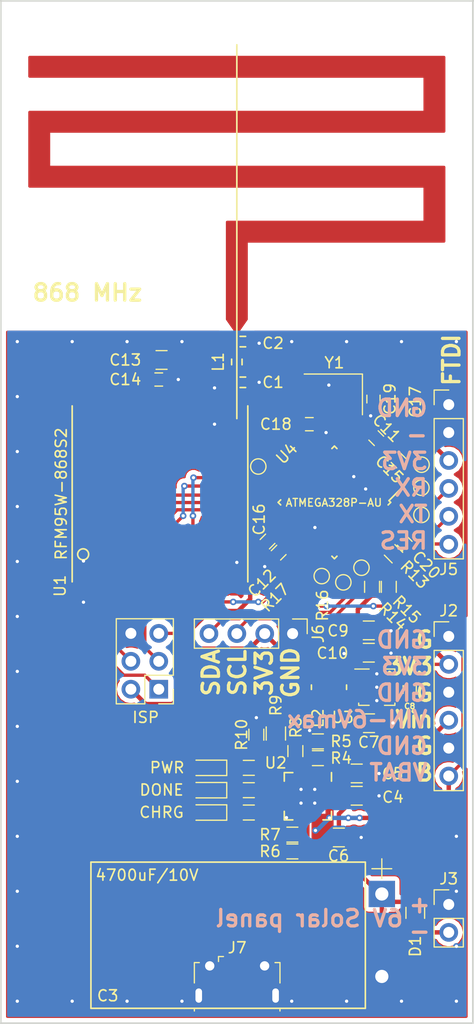
<source format=kicad_pcb>
(kicad_pcb (version 20171130) (host pcbnew "(5.0.2)-1")
  (title_block (date "sam. 04 avril 2015"))
  (layers (0 F.Cu signal) (31 B.Cu signal) (34 B.Paste user) (35 F.Paste user) (36 B.SilkS user hide) (37 F.SilkS user) (38 B.Mask user) (39 F.Mask user) (44 Edge.Cuts user))
  (net 0 "")
  (net 1 "/13(SCK)")
  (net 2 "/12(**/MOSI)")
  (net 3 "/11(MISO)")
  (net 4 +3V3)
  (net 5 /ANT)
  (net 6 "Net-(C1-Pad1)")
  (net 7 Earth)
  (net 8 VCC)
  (net 9 /VOUT)
  (net 10 /VBAT)
  (net 11 /VSOL)
  (net 12 "Net-(D2-Pad1)")
  (net 13 "Net-(D3-Pad1)")
  (net 14 "Net-(D4-Pad1)")
  (net 15 "Net-(R4-Pad2)")
  (net 16 "Net-(R6-Pad1)")
  (net 17 "Net-(R7-Pad1)")
  (net 18 "Net-(R8-Pad2)")
  (net 19 "Net-(R10-Pad2)")
  (net 20 "Net-(C8-Pad1)")
  (net 21 "Net-(L2-Pad2)")
  (net 22 "Net-(L2-Pad1)")
  (net 23 "Net-(C12-Pad1)")
  (net 24 "Net-(C18-Pad1)")
  (net 25 "Net-(C19-Pad1)")
  (net 26 /RES)
  (net 27 /D1/TX)
  (net 28 /D0/RX)
  (net 29 /D9)
  (net 30 /D7)
  (net 31 /D6)
  (net 32 /SDA)
  (net 33 /SCL)
  (net 34 /D5)
  (net 35 "Net-(R1-Pad2)")
  (net 36 "Net-(R2-Pad2)")
  (net 37 "Net-(R3-Pad2)")
  (net 38 /A0)
  (net 39 /DTR)
  (net 40 "/10(**/SS)")
  (net 41 /D2)
  (net 42 /A3)
  (net 43 /A2)
  (net 44 /A1)
  (net 45 /D8)
  (net 46 /D4)
  (net 47 /D3)
  (module Capacitors_SMD:C_0603 (layer F.Cu) (at 164.732 85.814 315)
    (fp_text reference C15 (at -0.027224 1.158594 315) (layer F.SilkS))
    (fp_text value 100n)
    (pad 1 smd rect (at -0.75 0 315) (size 0.8 0.75) (layers F.Cu F.Paste F.Mask) (net 4 +3V3))
    (pad 2 smd rect (at 0.75 0 315) (size 0.8 0.75) (layers F.Cu F.Paste F.Mask) (net 7 Earth))
  )
  (module Capacitors_THT:CP_Radial_D12.5mm_P25mm (layer F.Cu) (at 163.208 129.248 270)
    (fp_text reference C3 (at 5.2578 24.9682) (layer F.SilkS))
    (fp_text value 4700uF/10V (at -5.715 21.3868) (layer F.SilkS))
    (pad 1 thru_hole rect (at -4 0 270) (size 2.4 2.4) (drill 1.2) (layers *.Cu *.Mask) (net 8 VCC))
    (pad 2 thru_hole circle (at 3.5 0 270) (size 2.4 2.4) (drill 1.2) (layers *.Cu *.Mask) (net 7 Earth))
  )
  (module footprints:RFM95W (layer F.Cu) (at 143 88.85 90)
    (fp_text reference U1 (at -8.3686 -9.1036 90) (layer F.SilkS))
    (fp_text value RFM95W-868S2 (at 0 -9 90) (layer F.SilkS))
    (pad 1 smd rect (at -8 -7 90) (size 2.5 1.2) (layers F.Cu F.Paste F.Mask) (net 7 Earth))
    (pad 2 smd rect (at -8 -5 90) (size 2.5 1.2) (layers F.Cu F.Paste F.Mask) (net 2 "/12(**/MOSI)"))
    (pad 3 smd rect (at -8 -3 90) (size 2.5 1.2) (layers F.Cu F.Paste F.Mask) (net 3 "/11(MISO)"))
    (pad 4 smd rect (at -8 -1 90) (size 2.5 1.2) (layers F.Cu F.Paste F.Mask) (net 1 "/13(SCK)"))
    (pad 5 smd rect (at -8 1 90) (size 2.5 1.2) (layers F.Cu F.Paste F.Mask) (net 40 "/10(**/SS)"))
    (pad 6 smd rect (at -8 3 90) (size 2.5 1.2) (layers F.Cu F.Paste F.Mask) (net 29 /D9))
    (pad 7 smd rect (at -8 5 90) (size 2.5 1.2) (layers F.Cu F.Paste F.Mask))
    (pad 8 smd rect (at -8 7 90) (size 2.5 1.2) (layers F.Cu F.Paste F.Mask) (net 7 Earth))
    (pad 9 smd rect (at 8 7 90) (size 2.5 1.2) (layers F.Cu F.Paste F.Mask) (net 6 "Net-(C1-Pad1)"))
    (pad 10 smd rect (at 8 5 90) (size 2.5 1.2) (layers F.Cu F.Paste F.Mask) (net 7 Earth))
    (pad 11 smd rect (at 8 3 90) (size 2.5 1.2) (layers F.Cu F.Paste F.Mask))
    (pad 12 smd rect (at 8 1 90) (size 2.5 1.2) (layers F.Cu F.Paste F.Mask))
    (pad 13 smd rect (at 8 -1 90) (size 2.5 1.2) (layers F.Cu F.Paste F.Mask) (net 4 +3V3))
    (pad 14 smd rect (at 8 -3 90) (size 2.5 1.2) (layers F.Cu F.Paste F.Mask) (net 34 /D5))
    (pad 15 smd rect (at 8 -5 90) (size 2.5 1.2) (layers F.Cu F.Paste F.Mask) (net 31 /D6))
    (pad 16 smd rect (at 8 -7 90) (size 2.5 1.2) (layers F.Cu F.Paste F.Mask) (net 30 /D7))
  )
  (module Capacitors_SMD:C_0402 (layer F.Cu) (at 150.55 78.7)
    (fp_text reference C1 (at 2.752 0.002) (layer F.SilkS))
    (fp_text value C)
    (pad 1 smd rect (at -0.55 0) (size 0.6 0.5) (layers F.Cu F.Paste F.Mask) (net 6 "Net-(C1-Pad1)"))
    (pad 2 smd rect (at 0.55 0) (size 0.6 0.5) (layers F.Cu F.Paste F.Mask) (net 7 Earth))
  )
  (module Capacitors_SMD:C_0402 (layer F.Cu) (at 150.55 75)
    (fp_text reference C2 (at 2.752 0.146) (layer F.SilkS))
    (fp_text value C)
    (pad 2 smd rect (at 0.55 0) (size 0.6 0.5) (layers F.Cu F.Paste F.Mask) (net 7 Earth))
    (pad 1 smd rect (at -0.55 0) (size 0.6 0.5) (layers F.Cu F.Paste F.Mask) (net 5 /ANT))
  )
  (module Capacitors_SMD:C_0402 (layer F.Cu) (at 150 76.85 90)
    (fp_text reference L1 (at 0 -1.7 90) (layer F.SilkS))
    (fp_text value L)
    (pad 1 smd rect (at -0.55 0 90) (size 0.6 0.5) (layers F.Cu F.Paste F.Mask) (net 6 "Net-(C1-Pad1)"))
    (pad 2 smd rect (at 0.55 0 90) (size 0.6 0.5) (layers F.Cu F.Paste F.Mask) (net 5 /ANT))
  )
  (module Capacitors_SMD:C_0805 (layer F.Cu) (at 160.921533 116.31309)
    (fp_text reference C4 (at 3.298467 0.12691) (layer F.SilkS))
    (fp_text value 10u)
    (pad 1 smd rect (at -1 0) (size 1 1.25) (layers F.Cu F.Paste F.Mask) (net 8 VCC))
    (pad 2 smd rect (at 1 0) (size 1 1.25) (layers F.Cu F.Paste F.Mask) (net 7 Earth))
  )
  (module Capacitors_SMD:C_0805 (layer F.Cu) (at 160.921533 114.28109)
    (fp_text reference C5 (at 3.278467 0.01891) (layer F.SilkS))
    (fp_text value 10u)
    (pad 2 smd rect (at 1 0) (size 1 1.25) (layers F.Cu F.Paste F.Mask) (net 7 Earth))
    (pad 1 smd rect (at -1 0) (size 1 1.25) (layers F.Cu F.Paste F.Mask) (net 9 /VOUT))
  )
  (module Capacitors_SMD:C_0805 (layer F.Cu) (at 159.2964 120.104)
    (fp_text reference C6 (at -0.0264 1.676) (layer F.SilkS))
    (fp_text value 10u)
    (pad 1 smd rect (at -1 0) (size 1 1.25) (layers F.Cu F.Paste F.Mask) (net 10 /VBAT))
    (pad 2 smd rect (at 1 0) (size 1 1.25) (layers F.Cu F.Paste F.Mask) (net 7 Earth))
  )
  (module Capacitors_SMD:C_0805 (layer F.Cu) (at 166.256 126.962 270)
    (fp_text reference D1 (at 3.048 0 270) (layer F.SilkS))
    (fp_text value MBR120VLSFT1G)
    (pad 2 smd rect (at 1 0 270) (size 1 1.25) (layers F.Cu F.Paste F.Mask) (net 11 /VSOL))
    (pad 1 smd rect (at -1 0 270) (size 1 1.25) (layers F.Cu F.Paste F.Mask) (net 8 VCC))
  )
  (module Resistors_SMD:R_0603 (layer F.Cu) (at 151.091733 117.83709)
    (fp_text reference R1 hide)
    (fp_text value 1k)
    (pad 1 smd rect (at -0.75 0) (size 0.5 0.9) (layers F.Cu F.Paste F.Mask) (net 12 "Net-(D2-Pad1)"))
    (pad 2 smd rect (at 0.75 0) (size 0.5 0.9) (layers F.Cu F.Paste F.Mask) (net 35 "Net-(R1-Pad2)"))
  )
  (module Resistors_SMD:R_0603 (layer F.Cu) (at 151.091733 115.80509)
    (fp_text reference R2 hide)
    (fp_text value 1k)
    (pad 2 smd rect (at 0.75 0) (size 0.5 0.9) (layers F.Cu F.Paste F.Mask) (net 36 "Net-(R2-Pad2)"))
    (pad 1 smd rect (at -0.75 0) (size 0.5 0.9) (layers F.Cu F.Paste F.Mask) (net 13 "Net-(D3-Pad1)"))
  )
  (module Resistors_SMD:R_0603 (layer F.Cu) (at 151.091733 113.77309)
    (fp_text reference R3 hide)
    (fp_text value 1k)
    (pad 2 smd rect (at 0.75 0) (size 0.5 0.9) (layers F.Cu F.Paste F.Mask) (net 37 "Net-(R3-Pad2)"))
    (pad 1 smd rect (at -0.75 0) (size 0.5 0.9) (layers F.Cu F.Paste F.Mask) (net 14 "Net-(D4-Pad1)"))
  )
  (module Resistors_SMD:R_0603 (layer F.Cu) (at 157.38509 112.890867)
    (fp_text reference R4 (at 2.11451 -0.000467) (layer F.SilkS))
    (fp_text value 270k)
    (pad 1 smd rect (at -0.75 0) (size 0.5 0.9) (layers F.Cu F.Paste F.Mask) (net 8 VCC))
    (pad 2 smd rect (at 0.75 0) (size 0.5 0.9) (layers F.Cu F.Paste F.Mask) (net 15 "Net-(R4-Pad2)"))
  )
  (module Resistors_SMD:R_0603 (layer F.Cu) (at 157.38509 111.366867 180)
    (fp_text reference R5 (at -2.11451 0.000467 180) (layer F.SilkS))
    (fp_text value 100k)
    (pad 2 smd rect (at 0.75 0 180) (size 0.5 0.9) (layers F.Cu F.Paste F.Mask) (net 7 Earth))
    (pad 1 smd rect (at -0.75 0 180) (size 0.5 0.9) (layers F.Cu F.Paste F.Mask) (net 15 "Net-(R4-Pad2)"))
  )
  (module Resistors_SMD:R_0603 (layer F.Cu) (at 155.06091 121.373533 180)
    (fp_text reference R6 (at 2.032 0 180) (layer F.SilkS))
    (fp_text value 2k)
    (pad 1 smd rect (at -0.75 0 180) (size 0.5 0.9) (layers F.Cu F.Paste F.Mask) (net 16 "Net-(R6-Pad1)"))
    (pad 2 smd rect (at 0.75 0 180) (size 0.5 0.9) (layers F.Cu F.Paste F.Mask) (net 7 Earth))
  )
  (module Resistors_SMD:R_0603 (layer F.Cu) (at 155.06091 119.849533 180)
    (fp_text reference R7 (at 2.032 0 180) (layer F.SilkS))
    (fp_text value 100k)
    (pad 2 smd rect (at 0.75 0 180) (size 0.5 0.9) (layers F.Cu F.Paste F.Mask) (net 7 Earth))
    (pad 1 smd rect (at -0.75 0 180) (size 0.5 0.9) (layers F.Cu F.Paste F.Mask) (net 17 "Net-(R7-Pad1)"))
  )
  (module Resistors_SMD:R_0603 (layer F.Cu) (at 155.333533 112.24909 270)
    (fp_text reference R8 (at -2.15269 -0.051267 270) (layer F.SilkS))
    (fp_text value 1k)
    (pad 2 smd rect (at 0.75 0 270) (size 0.5 0.9) (layers F.Cu F.Paste F.Mask) (net 18 "Net-(R8-Pad2)"))
    (pad 1 smd rect (at -0.75 0 270) (size 0.5 0.9) (layers F.Cu F.Paste F.Mask) (net 19 "Net-(R10-Pad2)"))
  )
  (module Resistors_SMD:R_0805 (layer F.Cu) (at 153.555533 110.64889 270)
    (fp_text reference R9 (at -2.55909 -0.000467 270) (layer F.SilkS))
    (fp_text value "THERM 10k")
    (pad 2 smd rect (at 0.95 0 270) (size 0.7 1.3) (layers F.Cu F.Paste F.Mask) (net 19 "Net-(R10-Pad2)"))
    (pad 1 smd rect (at -0.95 0 270) (size 0.7 1.3) (layers F.Cu F.Paste F.Mask) (net 7 Earth))
  )
  (module Resistors_SMD:R_0603 (layer F.Cu) (at 151.777533 110.7568 270)
    (fp_text reference R10 (at 0 1.345733 270) (layer F.SilkS))
    (fp_text value 150k)
    (pad 1 smd rect (at -0.75 0 270) (size 0.5 0.9) (layers F.Cu F.Paste F.Mask) (net 7 Earth))
    (pad 2 smd rect (at 0.75 0 270) (size 0.5 0.9) (layers F.Cu F.Paste F.Mask) (net 19 "Net-(R10-Pad2)"))
  )
  (module Housings_DFN_QFN:QFN-20-1EP_4x4mm_Pitch0.5mm (layer F.Cu) (at 156.472033 116.356471 270)
    (fp_text reference U2 (at -3.036471 2.932033) (layer F.SilkS))
    (fp_text value MCP73871)
    (pad 21 smd rect (at -0.625 -0.625 270) (size 1.25 1.25) (layers F.Cu F.Paste F.Mask) (net 7 Earth))
    (pad 21 smd rect (at -0.625 0.625 270) (size 1.25 1.25) (layers F.Cu F.Paste F.Mask) (net 7 Earth))
    (pad 21 smd rect (at 0.625 -0.625 270) (size 1.25 1.25) (layers F.Cu F.Paste F.Mask) (net 7 Earth))
    (pad 21 smd rect (at 0.625 0.625 270) (size 1.25 1.25) (layers F.Cu F.Paste F.Mask) (net 7 Earth))
    (pad 20 smd rect (at -1 -1.965) (size 0.73 0.3) (layers F.Cu F.Paste F.Mask) (net 9 /VOUT))
    (pad 19 smd rect (at -0.5 -1.965) (size 0.73 0.3) (layers F.Cu F.Paste F.Mask) (net 8 VCC))
    (pad 18 smd rect (at 0 -1.965) (size 0.73 0.3) (layers F.Cu F.Paste F.Mask) (net 8 VCC))
    (pad 17 smd rect (at 0.5 -1.965) (size 0.73 0.3) (layers F.Cu F.Paste F.Mask) (net 8 VCC))
    (pad 16 smd rect (at 1 -1.965) (size 0.73 0.3) (layers F.Cu F.Paste F.Mask) (net 10 /VBAT))
    (pad 15 smd rect (at 1.965 -1 270) (size 0.73 0.3) (layers F.Cu F.Paste F.Mask) (net 10 /VBAT))
    (pad 14 smd rect (at 1.965 -0.5 270) (size 0.73 0.3) (layers F.Cu F.Paste F.Mask) (net 10 /VBAT))
    (pad 13 smd rect (at 1.965 0 270) (size 0.73 0.3) (layers F.Cu F.Paste F.Mask) (net 16 "Net-(R6-Pad1)"))
    (pad 12 smd rect (at 1.965 0.5 270) (size 0.73 0.3) (layers F.Cu F.Paste F.Mask) (net 17 "Net-(R7-Pad1)"))
    (pad 11 smd rect (at 1.965 1 270) (size 0.73 0.3) (layers F.Cu F.Paste F.Mask) (net 7 Earth))
    (pad 10 smd rect (at 1 1.965) (size 0.73 0.3) (layers F.Cu F.Paste F.Mask) (net 7 Earth))
    (pad 9 smd rect (at 0.5 1.965) (size 0.73 0.3) (layers F.Cu F.Paste F.Mask) (net 8 VCC))
    (pad 8 smd rect (at 0 1.965) (size 0.73 0.3) (layers F.Cu F.Paste F.Mask) (net 35 "Net-(R1-Pad2)"))
    (pad 7 smd rect (at -0.5 1.965) (size 0.73 0.3) (layers F.Cu F.Paste F.Mask) (net 36 "Net-(R2-Pad2)"))
    (pad 6 smd rect (at -1 1.965) (size 0.73 0.3) (layers F.Cu F.Paste F.Mask) (net 37 "Net-(R3-Pad2)"))
    (pad 5 smd rect (at -1.965 1 270) (size 0.73 0.3) (layers F.Cu F.Paste F.Mask) (net 18 "Net-(R8-Pad2)"))
    (pad 4 smd rect (at -1.965 0.5 270) (size 0.73 0.3) (layers F.Cu F.Paste F.Mask) (net 8 VCC))
    (pad 3 smd rect (at -1.965 0 270) (size 0.73 0.3) (layers F.Cu F.Paste F.Mask) (net 8 VCC))
    (pad 2 smd rect (at -1.965 -0.5 270) (size 0.73 0.3) (layers F.Cu F.Paste F.Mask) (net 15 "Net-(R4-Pad2)"))
    (pad 1 smd rect (at -1.965 -1 270) (size 0.73 0.3) (layers F.Cu F.Paste F.Mask) (net 9 /VOUT))
  )
  (module Capacitors_SMD:C_0805 (layer F.Cu) (at 162.0396 109.7154)
    (fp_text reference C7 (at -0.0254 1.7272) (layer F.SilkS))
    (fp_text value 10u)
    (pad 2 smd rect (at 1 0) (size 1 1.25) (layers F.Cu F.Paste F.Mask) (net 7 Earth))
    (pad 1 smd rect (at -1 0) (size 1 1.25) (layers F.Cu F.Paste F.Mask) (net 9 /VOUT))
  )
  (module Capacitors_SMD:C_0603 (layer F.Cu) (at 165.748 106.642 90)
    (fp_text reference C8 (at -1.524 0 180) (layer F.SilkS) (effects (font (size 0.5 0.5) (thickness 0.125))))
    (fp_text value 100n)
    (pad 1 smd rect (at -0.75 0 90) (size 0.8 0.75) (layers F.Cu F.Paste F.Mask) (net 20 "Net-(C8-Pad1)"))
    (pad 2 smd rect (at 0.75 0 90) (size 0.8 0.75) (layers F.Cu F.Paste F.Mask) (net 7 Earth))
  )
  (module Capacitors_SMD:C_0805 (layer F.Cu) (at 162.021721 101.268279)
    (fp_text reference C9 (at -2.801521 0.039721) (layer F.SilkS))
    (fp_text value 10u)
    (pad 1 smd rect (at -1 0) (size 1 1.25) (layers F.Cu F.Paste F.Mask) (net 4 +3V3))
    (pad 2 smd rect (at 1 0) (size 1 1.25) (layers F.Cu F.Paste F.Mask) (net 7 Earth))
  )
  (module Capacitors_SMD:C_0805 (layer F.Cu) (at 162.021721 103.300279 180)
    (fp_text reference C10 (at 3.309521 -0.039721 180) (layer F.SilkS))
    (fp_text value 10u)
    (pad 2 smd rect (at 1 0 180) (size 1 1.25) (layers F.Cu F.Paste F.Mask) (net 4 +3V3))
    (pad 1 smd rect (at -1 0 180) (size 1 1.25) (layers F.Cu F.Paste F.Mask) (net 7 Earth))
  )
  (module Inductors:Inductor_Wurth_MAPI-3012 (layer F.Cu) (at 158.3947 106.4388 90)
    (fp_text reference L2 (at -2.8194 -1.0033 90) (layer F.SilkS))
    (fp_text value 1u5)
    (pad 2 smd rect (at 1.05 0 90) (size 1.3 3.4) (layers F.Cu F.Paste F.Mask) (net 21 "Net-(L2-Pad2)"))
    (pad 1 smd rect (at -1.05 0 90) (size 1.3 3.4) (layers F.Cu F.Paste F.Mask) (net 22 "Net-(L2-Pad1)"))
  )
  (module Housings_SON:Texas_S-PVSON-N10 (layer F.Cu) (at 162.749095 106.4355)
    (fp_text reference U3 (at -3.097095 2.7465) (layer F.SilkS))
    (fp_text value TPS63031)
    (pad 10 smd oval (at 1.55 -1) (size 0.65 0.4) (layers F.Cu F.Paste F.Mask) (net 4 +3V3))
    (pad 9 smd oval (at 1.55 -0.5) (size 0.65 0.4) (layers F.Cu F.Paste F.Mask) (net 7 Earth))
    (pad 8 smd oval (at 1.55 0) (size 0.65 0.4) (layers F.Cu F.Paste F.Mask) (net 20 "Net-(C8-Pad1)"))
    (pad 7 smd rect (at 1.75 0.5) (size 0.25 0.4) (layers F.Cu F.Paste F.Mask) (net 20 "Net-(C8-Pad1)"))
    (pad 6 smd rect (at 1.75 1) (size 0.25 0.4) (layers F.Cu F.Paste F.Mask) (net 20 "Net-(C8-Pad1)"))
    (pad 5 smd oval (at -1.55 1) (size 0.65 0.4) (layers F.Cu F.Paste F.Mask) (net 9 /VOUT))
    (pad 4 smd rect (at -1.75 0.5) (size 0.25 0.4) (layers F.Cu F.Paste F.Mask) (net 22 "Net-(L2-Pad1)"))
    (pad 3 smd oval (at -1.55 0) (size 0.65 0.4) (layers F.Cu F.Paste F.Mask) (net 7 Earth))
    (pad 2 smd rect (at -1.75 -0.5) (size 0.25 0.4) (layers F.Cu F.Paste F.Mask) (net 21 "Net-(L2-Pad2)"))
    (pad 1 smd rect (at -1.75 -1) (size 0.25 0.4) (layers F.Cu F.Paste F.Mask) (net 4 +3V3))
    (pad 11 smd rect (at 0 0) (size 1.65 2.4) (layers F.Cu F.Mask) (net 7 Earth))
    (pad 11 smd rect (at 0.45 0.635) (size 0.68 1.05) (layers F.Cu F.Paste F.Mask) (net 7 Earth))
    (pad 11 smd rect (at -0.45 0.635) (size 0.68 1.05) (layers F.Cu F.Paste F.Mask) (net 7 Earth))
    (pad 11 smd rect (at 0.45 -0.635) (size 0.68 1.05) (layers F.Cu F.Paste F.Mask) (net 7 Earth))
    (pad 11 smd rect (at 0.25 1.55) (size 0.26 0.5) (layers F.Cu F.Paste F.Mask) (net 7 Earth))
    (pad 11 smd rect (at -0.25 1.55) (size 0.26 0.5) (layers F.Cu F.Paste F.Mask) (net 7 Earth))
    (pad 11 smd rect (at 0.25 -1.55) (size 0.26 0.5) (layers F.Cu F.Paste F.Mask) (net 7 Earth))
    (pad 11 smd rect (at 0.25 1.55) (size 0.28 0.8) (layers F.Cu F.Mask) (net 7 Earth))
    (pad 11 smd rect (at -0.25 1.55) (size 0.28 0.8) (layers F.Cu F.Mask) (net 7 Earth))
    (pad 11 smd rect (at 0.25 -1.55) (size 0.28 0.8) (layers F.Cu F.Mask) (net 7 Earth))
    (pad 11 smd rect (at -0.25 -1.55) (size 0.26 0.5) (layers F.Cu F.Paste F.Mask) (net 7 Earth))
    (pad 11 smd rect (at -0.25 -1.55) (size 0.28 0.8) (layers F.Cu F.Mask) (net 7 Earth))
    (pad 11 smd rect (at -0.45 -0.635) (size 0.68 1.05) (layers F.Cu F.Paste F.Mask) (net 7 Earth))
    (pad 10 smd rect (at 1.75 -1) (size 0.25 0.4) (layers F.Cu F.Paste F.Mask) (net 4 +3V3))
    (pad 9 smd rect (at 1.75 -0.5) (size 0.25 0.4) (layers F.Cu F.Paste F.Mask) (net 7 Earth))
    (pad 8 smd rect (at 1.75 0) (size 0.25 0.4) (layers F.Cu F.Paste F.Mask) (net 20 "Net-(C8-Pad1)"))
    (pad 7 smd oval (at 1.55 0.5) (size 0.65 0.4) (layers F.Cu F.Paste F.Mask) (net 20 "Net-(C8-Pad1)"))
    (pad 6 smd oval (at 1.55 1) (size 0.65 0.4) (layers F.Cu F.Paste F.Mask) (net 20 "Net-(C8-Pad1)"))
    (pad 5 smd rect (at -1.75 1) (size 0.25 0.4) (layers F.Cu F.Paste F.Mask) (net 9 /VOUT))
    (pad 4 smd oval (at -1.55 0.5) (size 0.65 0.4) (layers F.Cu F.Paste F.Mask) (net 22 "Net-(L2-Pad1)"))
    (pad 3 smd rect (at -1.75 0) (size 0.25 0.4) (layers F.Cu F.Paste F.Mask) (net 7 Earth))
    (pad 2 smd oval (at -1.55 -0.5) (size 0.65 0.4) (layers F.Cu F.Paste F.Mask) (net 21 "Net-(L2-Pad2)"))
    (pad 1 smd oval (at -1.55 -1) (size 0.65 0.4) (layers F.Cu F.Paste F.Mask) (net 4 +3V3))
  )
  (module Capacitors_SMD:C_0603 (layer F.Cu) (at 162.7 83.782 315)
    (fp_text reference C11 (at 0.017678 -1.310976 315) (layer F.SilkS))
    (fp_text value 100n)
    (pad 2 smd rect (at 0.75 0 315) (size 0.8 0.75) (layers F.Cu F.Paste F.Mask) (net 7 Earth))
    (pad 1 smd rect (at -0.75 0 315) (size 0.8 0.75) (layers F.Cu F.Paste F.Mask) (net 4 +3V3))
  )
  (module Capacitors_SMD:C_0603 (layer F.Cu) (at 153.81 94.196 225)
    (fp_text reference C12 (at 3.053287 -0.898026 225) (layer F.SilkS))
    (fp_text value 100n)
    (pad 1 smd rect (at -0.75 0 225) (size 0.8 0.75) (layers F.Cu F.Paste F.Mask) (net 23 "Net-(C12-Pad1)"))
    (pad 2 smd rect (at 0.75 0 225) (size 0.8 0.75) (layers F.Cu F.Paste F.Mask) (net 7 Earth))
  )
  (module Capacitors_SMD:C_0805 (layer F.Cu) (at 143.142 76.67)
    (fp_text reference C13 (at -3.302 0) (layer F.SilkS))
    (fp_text value 10u)
    (pad 2 smd rect (at 1 0) (size 1 1.25) (layers F.Cu F.Paste F.Mask) (net 7 Earth))
    (pad 1 smd rect (at -1 0) (size 1 1.25) (layers F.Cu F.Paste F.Mask) (net 4 +3V3))
  )
  (module Capacitors_SMD:C_0603 (layer F.Cu) (at 142.888 78.448)
    (fp_text reference C14 (at -3.048 0) (layer F.SilkS))
    (fp_text value 100n)
    (pad 1 smd rect (at -0.75 0) (size 0.8 0.75) (layers F.Cu F.Paste F.Mask) (net 4 +3V3))
    (pad 2 smd rect (at 0.75 0) (size 0.8 0.75) (layers F.Cu F.Paste F.Mask) (net 7 Earth))
  )
  (module Capacitors_SMD:C_0603 (layer F.Cu) (at 152.794 93.18 225)
    (fp_text reference C16 (at -0.880065 1.957696 270) (layer F.SilkS))
    (fp_text value 100n)
    (pad 2 smd rect (at 0.75 0 225) (size 0.8 0.75) (layers F.Cu F.Paste F.Mask) (net 7 Earth))
    (pad 1 smd rect (at -0.75 0 225) (size 0.8 0.75) (layers F.Cu F.Paste F.Mask) (net 4 +3V3))
  )
  (module Capacitors_SMD:C_0603 (layer F.Cu) (at 156.604 82.512)
    (fp_text reference C18 (at -3.048 0) (layer F.SilkS))
    (fp_text value 15p)
    (pad 2 smd rect (at 0.75 0) (size 0.8 0.75) (layers F.Cu F.Paste F.Mask) (net 7 Earth))
    (pad 1 smd rect (at -0.75 0) (size 0.8 0.75) (layers F.Cu F.Paste F.Mask) (net 24 "Net-(C18-Pad1)"))
  )
  (module Capacitors_SMD:C_0603 (layer F.Cu) (at 162.446 80.226 270)
    (fp_text reference C19 (at 0 -1.5 270) (layer F.SilkS))
    (fp_text value 15p)
    (pad 1 smd rect (at -0.75 0 270) (size 0.8 0.75) (layers F.Cu F.Paste F.Mask) (net 25 "Net-(C19-Pad1)"))
    (pad 2 smd rect (at 0.75 0 270) (size 0.8 0.75) (layers F.Cu F.Paste F.Mask) (net 7 Earth))
  )
  (module Capacitors_SMD:C_0603 (layer F.Cu) (at 165.2905 93.345 315)
    (fp_text reference C20 (at 2.783879 0 315) (layer F.SilkS))
    (fp_text value 100n)
    (pad 2 smd rect (at 0.75 0 315) (size 0.8 0.75) (layers F.Cu F.Paste F.Mask) (net 39 /DTR))
    (pad 1 smd rect (at -0.75 0 315) (size 0.8 0.75) (layers F.Cu F.Paste F.Mask) (net 26 /RES))
  )
  (module Pin_Headers:Pin_Header_Straight_2x03_Pitch2.54mm (layer F.Cu) (at 142.888 106.62 180)
    (fp_text reference J4 hide)
    (fp_text value ISP (at 1.18872 -2.562 180) (layer F.SilkS))
    (pad 6 thru_hole oval (at 2.54 5.08 180) (size 1.7 1.7) (drill 1) (layers *.Cu *.Mask) (net 7 Earth))
    (pad 5 thru_hole oval (at 0 5.08 180) (size 1.7 1.7) (drill 1) (layers *.Cu *.Mask) (net 26 /RES))
    (pad 4 thru_hole oval (at 2.54 2.54 180) (size 1.7 1.7) (drill 1) (layers *.Cu *.Mask) (net 3 "/11(MISO)"))
    (pad 3 thru_hole oval (at 0 2.54 180) (size 1.7 1.7) (drill 1) (layers *.Cu *.Mask) (net 1 "/13(SCK)"))
    (pad 2 thru_hole oval (at 2.54 0 180) (size 1.7 1.7) (drill 1) (layers *.Cu *.Mask) (net 4 +3V3))
    (pad 1 thru_hole rect (at 0 0 180) (size 1.7 1.7) (drill 1) (layers *.Cu *.Mask) (net 2 "/12(**/MOSI)"))
  )
  (module Pin_Headers:Pin_Header_Straight_1x06_Pitch2.54mm (layer F.Cu) (at 169.304 80.734)
    (fp_text reference J5 (at 0 14.986) (layer F.SilkS))
    (fp_text value Conn_01x06)
    (pad 6 thru_hole oval (at 0 12.7) (size 1.7 1.7) (drill 1) (layers *.Cu *.Mask) (net 39 /DTR))
    (pad 5 thru_hole oval (at 0 10.16) (size 1.7 1.7) (drill 1) (layers *.Cu *.Mask) (net 27 /D1/TX))
    (pad 4 thru_hole oval (at 0 7.62) (size 1.7 1.7) (drill 1) (layers *.Cu *.Mask) (net 28 /D0/RX))
    (pad 3 thru_hole oval (at 0 5.08) (size 1.7 1.7) (drill 1) (layers *.Cu *.Mask) (net 4 +3V3))
    (pad 2 thru_hole oval (at 0 2.54) (size 1.7 1.7) (drill 1) (layers *.Cu *.Mask) (net 7 Earth))
    (pad 1 thru_hole rect (at 0 0) (size 1.7 1.7) (drill 1) (layers *.Cu *.Mask) (net 7 Earth))
  )
  (module Resistors_SMD:R_0603 (layer F.Cu) (at 164.2745 94.2975 135)
    (fp_text reference R13 (at -2.694077 0 135) (layer F.SilkS))
    (fp_text value 4k7)
    (pad 2 smd rect (at 0.75 0 135) (size 0.5 0.9) (layers F.Cu F.Paste F.Mask) (net 26 /RES))
    (pad 1 smd rect (at -0.75 0 135) (size 0.5 0.9) (layers F.Cu F.Paste F.Mask) (net 4 +3V3))
  )
  (module Housings_QFP:TQFP-32_7x7mm_Pitch0.8mm (layer F.Cu) (at 158.89 89.624 225)
    (fp_text reference U4 (at -0.071842 6.214337 225) (layer F.SilkS))
    (fp_text value ATMEGA328P-AU (at 0.053882 0.017961) (layer F.SilkS) (effects (font (size 0.7 0.7) (thickness 0.125))))
    (pad 32 smd rect (at -2.8 -4.25 315) (size 1.6 0.55) (layers F.Cu F.Paste F.Mask) (net 41 /D2))
    (pad 31 smd rect (at -2 -4.25 315) (size 1.6 0.55) (layers F.Cu F.Paste F.Mask) (net 27 /D1/TX))
    (pad 30 smd rect (at -1.2 -4.25 315) (size 1.6 0.55) (layers F.Cu F.Paste F.Mask) (net 28 /D0/RX))
    (pad 29 smd rect (at -0.4 -4.25 315) (size 1.6 0.55) (layers F.Cu F.Paste F.Mask) (net 26 /RES))
    (pad 28 smd rect (at 0.4 -4.25 315) (size 1.6 0.55) (layers F.Cu F.Paste F.Mask) (net 33 /SCL))
    (pad 27 smd rect (at 1.2 -4.25 315) (size 1.6 0.55) (layers F.Cu F.Paste F.Mask) (net 32 /SDA))
    (pad 26 smd rect (at 2 -4.25 315) (size 1.6 0.55) (layers F.Cu F.Paste F.Mask) (net 42 /A3))
    (pad 25 smd rect (at 2.8 -4.25 315) (size 1.6 0.55) (layers F.Cu F.Paste F.Mask) (net 43 /A2))
    (pad 24 smd rect (at 4.25 -2.8 225) (size 1.6 0.55) (layers F.Cu F.Paste F.Mask) (net 44 /A1))
    (pad 23 smd rect (at 4.25 -2 225) (size 1.6 0.55) (layers F.Cu F.Paste F.Mask) (net 38 /A0))
    (pad 22 smd rect (at 4.25 -1.2 225) (size 1.6 0.55) (layers F.Cu F.Paste F.Mask))
    (pad 21 smd rect (at 4.25 -0.4 225) (size 1.6 0.55) (layers F.Cu F.Paste F.Mask) (net 7 Earth))
    (pad 20 smd rect (at 4.25 0.4 225) (size 1.6 0.55) (layers F.Cu F.Paste F.Mask) (net 23 "Net-(C12-Pad1)"))
    (pad 19 smd rect (at 4.25 1.2 225) (size 1.6 0.55) (layers F.Cu F.Paste F.Mask))
    (pad 18 smd rect (at 4.25 2 225) (size 1.6 0.55) (layers F.Cu F.Paste F.Mask) (net 4 +3V3))
    (pad 17 smd rect (at 4.25 2.8 225) (size 1.6 0.55) (layers F.Cu F.Paste F.Mask) (net 1 "/13(SCK)"))
    (pad 16 smd rect (at 2.8 4.25 315) (size 1.6 0.55) (layers F.Cu F.Paste F.Mask) (net 2 "/12(**/MOSI)"))
    (pad 15 smd rect (at 2 4.25 315) (size 1.6 0.55) (layers F.Cu F.Paste F.Mask) (net 3 "/11(MISO)"))
    (pad 14 smd rect (at 1.2 4.25 315) (size 1.6 0.55) (layers F.Cu F.Paste F.Mask) (net 40 "/10(**/SS)"))
    (pad 13 smd rect (at 0.4 4.25 315) (size 1.6 0.55) (layers F.Cu F.Paste F.Mask) (net 29 /D9))
    (pad 12 smd rect (at -0.4 4.25 315) (size 1.6 0.55) (layers F.Cu F.Paste F.Mask) (net 45 /D8))
    (pad 11 smd rect (at -1.2 4.25 315) (size 1.6 0.55) (layers F.Cu F.Paste F.Mask) (net 30 /D7))
    (pad 10 smd rect (at -2 4.25 315) (size 1.6 0.55) (layers F.Cu F.Paste F.Mask) (net 31 /D6))
    (pad 9 smd rect (at -2.8 4.25 315) (size 1.6 0.55) (layers F.Cu F.Paste F.Mask) (net 34 /D5))
    (pad 8 smd rect (at -4.25 2.8 225) (size 1.6 0.55) (layers F.Cu F.Paste F.Mask) (net 24 "Net-(C18-Pad1)"))
    (pad 7 smd rect (at -4.25 2 225) (size 1.6 0.55) (layers F.Cu F.Paste F.Mask) (net 25 "Net-(C19-Pad1)"))
    (pad 6 smd rect (at -4.25 1.2 225) (size 1.6 0.55) (layers F.Cu F.Paste F.Mask) (net 4 +3V3))
    (pad 5 smd rect (at -4.25 0.4 225) (size 1.6 0.55) (layers F.Cu F.Paste F.Mask) (net 7 Earth))
    (pad 4 smd rect (at -4.25 -0.4 225) (size 1.6 0.55) (layers F.Cu F.Paste F.Mask) (net 4 +3V3))
    (pad 3 smd rect (at -4.25 -1.2 225) (size 1.6 0.55) (layers F.Cu F.Paste F.Mask) (net 7 Earth))
    (pad 2 smd rect (at -4.25 -2 225) (size 1.6 0.55) (layers F.Cu F.Paste F.Mask) (net 46 /D4))
    (pad 1 smd rect (at -4.25 -2.8 225) (size 1.6 0.55) (layers F.Cu F.Paste F.Mask) (net 47 /D3))
  )
  (module Crystals:Crystal_SMD_5032-4pin_5.0x3.2mm (layer F.Cu) (at 158.790432 79.800024 180)
    (fp_text reference Y1 (at -0.099568 2.876024 180) (layer F.SilkS))
    (fp_text value Crystal_GND24_Small)
    (pad 4 smd rect (at -1.65 -1 180) (size 1.6 1.3) (layers F.Cu F.Paste F.Mask) (net 7 Earth))
    (pad 3 smd rect (at 1.65 -1 180) (size 1.6 1.3) (layers F.Cu F.Paste F.Mask) (net 24 "Net-(C18-Pad1)"))
    (pad 2 smd rect (at 1.65 1 180) (size 1.6 1.3) (layers F.Cu F.Paste F.Mask) (net 7 Earth))
    (pad 1 smd rect (at -1.65 1 180) (size 1.6 1.3) (layers F.Cu F.Paste F.Mask) (net 25 "Net-(C19-Pad1)"))
  )
  (module LEDs:LED_0805 (layer F.Cu) (at 147.281733 117.83709 180)
    (fp_text reference D2 hide)
    (fp_text value CHRG (at 4.139733 0.01909 180) (layer F.SilkS))
    (pad 1 smd rect (at -1.1 0) (size 1.2 1.2) (layers F.Cu F.Paste F.Mask) (net 12 "Net-(D2-Pad1)"))
    (pad 2 smd rect (at 1.1 0) (size 1.2 1.2) (layers F.Cu F.Paste F.Mask) (net 8 VCC))
  )
  (module LEDs:LED_0805 (layer F.Cu) (at 147.281733 115.80509 180)
    (fp_text reference D3 hide)
    (fp_text value DONE (at 4.139733 0.01909 180) (layer F.SilkS))
    (pad 2 smd rect (at 1.1 0) (size 1.2 1.2) (layers F.Cu F.Paste F.Mask) (net 8 VCC))
    (pad 1 smd rect (at -1.1 0) (size 1.2 1.2) (layers F.Cu F.Paste F.Mask) (net 13 "Net-(D3-Pad1)"))
  )
  (module LEDs:LED_0805 (layer F.Cu) (at 147.281733 113.77309 180)
    (fp_text reference D4 hide)
    (fp_text value PWR (at 3.631733 0.01909 180) (layer F.SilkS))
    (pad 1 smd rect (at -1.1 0) (size 1.2 1.2) (layers F.Cu F.Paste F.Mask) (net 14 "Net-(D4-Pad1)"))
    (pad 2 smd rect (at 1.1 0) (size 1.2 1.2) (layers F.Cu F.Paste F.Mask) (net 8 VCC))
  )
  (module Pin_Headers:Pin_Header_Straight_1x06_Pitch2.54mm (layer F.Cu) (at 169.304 101.816)
    (fp_text reference J2 (at 0 -2.33) (layer F.SilkS))
    (fp_text value Conn_01x06)
    (pad 6 thru_hole oval (at 0 12.7) (size 1.7 1.7) (drill 1) (layers *.Cu *.Mask) (net 10 /VBAT))
    (pad 5 thru_hole oval (at 0 10.16) (size 1.7 1.7) (drill 1) (layers *.Cu *.Mask) (net 7 Earth))
    (pad 4 thru_hole oval (at 0 7.62) (size 1.7 1.7) (drill 1) (layers *.Cu *.Mask) (net 9 /VOUT))
    (pad 3 thru_hole oval (at 0 5.08) (size 1.7 1.7) (drill 1) (layers *.Cu *.Mask) (net 7 Earth))
    (pad 2 thru_hole oval (at 0 2.54) (size 1.7 1.7) (drill 1) (layers *.Cu *.Mask) (net 4 +3V3))
    (pad 1 thru_hole rect (at 0 0) (size 1.7 1.7) (drill 1) (layers *.Cu *.Mask) (net 7 Earth))
  )
  (module Pin_Headers:Pin_Header_Straight_1x02_Pitch2.54mm (layer F.Cu) (at 169.304 126.2)
    (fp_text reference J3 (at 0 -2.33) (layer F.SilkS))
    (fp_text value Conn_01x02)
    (pad 2 thru_hole oval (at 0 2.54) (size 1.7 1.7) (drill 1) (layers *.Cu *.Mask) (net 11 /VSOL))
    (pad 1 thru_hole rect (at 0 0) (size 1.7 1.7) (drill 1) (layers *.Cu *.Mask) (net 7 Earth))
  )
  (module Pin_Headers:Pin_Header_Straight_1x04_Pitch2.54mm (layer F.Cu) (at 155.08 101.562 270)
    (fp_text reference J6 (at 0 -2.33 270) (layer F.SilkS))
    (fp_text value Conn_01x04)
    (pad 4 thru_hole oval (at 0 7.62 270) (size 1.7 1.7) (drill 1) (layers *.Cu *.Mask) (net 32 /SDA))
    (pad 3 thru_hole oval (at 0 5.08 270) (size 1.7 1.7) (drill 1) (layers *.Cu *.Mask) (net 33 /SCL))
    (pad 2 thru_hole oval (at 0 2.54 270) (size 1.7 1.7) (drill 1) (layers *.Cu *.Mask) (net 4 +3V3))
    (pad 1 thru_hole rect (at 0 0 270) (size 1.7 1.7) (drill 1) (layers *.Cu *.Mask) (net 7 Earth))
  )
  (module Resistors_SMD:R_0603 (layer F.Cu) (at 162.319 97.3075 90)
    (fp_text reference R14 (at -2.705 1.892 135) (layer F.SilkS))
    (fp_text value 4k7)
    (pad 1 smd rect (at -0.75 0 90) (size 0.5 0.9) (layers F.Cu F.Paste F.Mask) (net 4 +3V3))
    (pad 2 smd rect (at 0.75 0 90) (size 0.5 0.9) (layers F.Cu F.Paste F.Mask) (net 32 /SDA))
  )
  (module Resistors_SMD:R_0603 (layer F.Cu) (at 163.843 97.3075 90)
    (fp_text reference R15 (at -2.07 1.638 135) (layer F.SilkS))
    (fp_text value 4k7)
    (pad 2 smd rect (at 0.75 0 90) (size 0.5 0.9) (layers F.Cu F.Paste F.Mask) (net 33 /SCL))
    (pad 1 smd rect (at -0.75 0 90) (size 0.5 0.9) (layers F.Cu F.Paste F.Mask) (net 4 +3V3))
  )
  (module Connector_USB:USB_Micro-B_Molex-105017-0001 (layer F.Cu) (at 150.03 133.2505)
    (fp_text reference J7 (at 0 -3.1125) (layer F.SilkS))
    (fp_text value USB_B_Micro)
    (pad 6 smd rect (at 1 1.2375) (size 1.5 1.9) (layers F.Cu F.Paste F.Mask) (net 7 Earth))
    (pad 6 thru_hole circle (at -2.5 -1.4625) (size 1.45 1.45) (drill 0.85) (layers *.Cu *.Mask) (net 7 Earth))
    (pad 2 smd rect (at -0.65 -1.4625) (size 0.4 1.35) (layers F.Cu F.Paste F.Mask))
    (pad 1 smd rect (at -1.3 -1.4625) (size 0.4 1.35) (layers F.Cu F.Paste F.Mask) (net 8 VCC))
    (pad 5 smd rect (at 1.3 -1.4625) (size 0.4 1.35) (layers F.Cu F.Paste F.Mask) (net 7 Earth))
    (pad 4 smd rect (at 0.65 -1.4625) (size 0.4 1.35) (layers F.Cu F.Paste F.Mask))
    (pad 3 smd rect (at 0 -1.4625) (size 0.4 1.35) (layers F.Cu F.Paste F.Mask))
    (pad 6 thru_hole circle (at 2.5 -1.4625) (size 1.45 1.45) (drill 0.85) (layers *.Cu *.Mask) (net 7 Earth))
    (pad 6 smd rect (at -1 1.2375) (size 1.5 1.9) (layers F.Cu F.Paste F.Mask) (net 7 Earth))
    (pad 6 thru_hole oval (at -3.5 1.2375 180) (size 1.2 1.9) (drill oval 0.6 1.3) (layers *.Cu *.Mask) (net 7 Earth))
    (pad 6 thru_hole oval (at 3.5 1.2375) (size 1.2 1.9) (drill oval 0.6 1.3) (layers *.Cu *.Mask) (net 7 Earth))
    (pad 6 smd rect (at 2.9 1.2375) (size 1.2 1.9) (layers F.Cu F.Mask) (net 7 Earth))
    (pad 6 smd rect (at -2.9 1.2375) (size 1.2 1.9) (layers F.Cu F.Mask) (net 7 Earth))
  )
  (module Resistor_SMD:R_0603_1608Metric (layer F.Cu) (at 156.337 97.9805 90)
    (fp_text reference R16 (at -1.016 1.4605 90) (layer F.SilkS))
    (fp_text value 220k)
    (pad 2 smd rect (at 0.799999 0 90) (size 0.82 1) (layers F.Cu F.Paste F.Mask) (net 38 /A0))
    (pad 1 smd rect (at -0.799999 0 90) (size 0.82 1) (layers F.Cu F.Paste F.Mask) (net 10 /VBAT))
  )
  (module Resistor_SMD:R_0603_1608Metric (layer F.Cu) (at 155.2575 95.758 225)
    (fp_text reference R17 (at 3.053287 -0.538815 225) (layer F.SilkS))
    (fp_text value 100k)
    (pad 1 smd rect (at -0.799999 0 225) (size 0.82 1) (layers F.Cu F.Paste F.Mask) (net 38 /A0))
    (pad 2 smd rect (at 0.799999 0 225) (size 0.82 1) (layers F.Cu F.Paste F.Mask) (net 7 Earth))
  )
  (module Capacitor_SMD:C_0805_2012Metric (layer F.Cu) (at 166.256 83.528 90)
    (fp_text reference C17 (at 3.048 0 90) (layer F.SilkS))
    (fp_text value 10u)
    (pad 1 smd rect (at -0.88 0 90) (size 1.12 1.4) (layers F.Cu F.Paste F.Mask) (net 4 +3V3))
    (pad 2 smd rect (at 0.88 0 90) (size 1.12 1.4) (layers F.Cu F.Paste F.Mask) (net 7 Earth))
  )
  (module TestPoint:TestPoint_Pad_D1.0mm (layer F.Cu) (at 166.8145 88.2905)
    (fp_text reference J9 hide)
    (fp_text value D3)
    (pad 1 smd circle (at 0 0) (size 1 1) (layers F.Cu F.Mask) (net 47 /D3))
  )
  (module TestPoint:TestPoint_Pad_D1.0mm (layer F.Cu) (at 166.8275 86.195)
    (fp_text reference J10 hide)
    (fp_text value D4)
    (pad 1 smd circle (at 0 0) (size 1 1) (layers F.Cu F.Mask) (net 46 /D4))
  )
  (module TestPoint:TestPoint_Pad_D1.0mm (layer F.Cu) (at 166.8145 90.767)
    (fp_text reference J8 hide)
    (fp_text value D2)
    (pad 1 smd circle (at 0 0) (size 1 1) (layers F.Cu F.Mask) (net 41 /D2))
  )
  (module TestPoint:TestPoint_Pad_D1.0mm (layer F.Cu) (at 157.734 96.3295)
    (fp_text reference J11 hide)
    (fp_text value A1)
    (pad 1 smd circle (at 0 0) (size 1 1) (layers F.Cu F.Mask) (net 44 /A1))
  )
  (module TestPoint:TestPoint_Pad_D1.0mm (layer F.Cu) (at 159.7025 96.901)
    (fp_text reference J12 hide)
    (fp_text value A2)
    (pad 1 smd circle (at 0 0) (size 1 1) (layers F.Cu F.Mask) (net 43 /A2))
  )
  (module TestPoint:TestPoint_Pad_D1.0mm (layer F.Cu) (at 161.3535 95.5675)
    (fp_text reference J13 hide)
    (fp_text value A3)
    (pad 1 smd circle (at 0 0) (size 1 1) (layers F.Cu F.Mask) (net 42 /A3))
  )
  (module TestPoint:TestPoint_Pad_D1.0mm (layer F.Cu) (at 151.9555 86.36)
    (fp_text reference J14 hide)
    (fp_text value D8)
    (pad 1 smd circle (at 0 0) (size 1 1) (layers F.Cu F.Mask) (net 45 /D8))
  )
  (gr_text "6V Solar panel" (at 156.604 127.47) (layer B.SilkS) (effects (font (size 1.5 1.5) (thickness 0.3)) (justify mirror)))
  (gr_text FTDI (at 169.558 76.67 90) (layer F.SilkS) (effects (font (size 1.5 1.5) (thickness 0.3))))
  (gr_text "G\n3V3\nG\nVin\nG\nB\n" (at 168.034 108.166) (layer F.SilkS) (effects (font (size 1.5 1.5) (thickness 0.3)) (justify right)))
  (gr_text "\n+\n-" (at 167.78 126.2) (layer B.SilkS) (effects (font (size 1.5 1.5) (thickness 0.3)) (justify left mirror)))
  (gr_text "GND\n-\n3V3\nRX\nTX\nRES" (at 167.526 87.084) (layer B.SilkS) (effects (font (size 1.5 1.5) (thickness 0.3)) (justify left mirror)))
  (gr_text "GND\n3V3\nGND\nVIN-6Vmax\nGND\nVBAT" (at 167.526 108.166) (layer B.SilkS) (effects (font (size 1.5 1.5) (thickness 0.3)) (justify left mirror)))
  (gr_text "SDA\nSCL\n3V3\nGND" (at 151.27 105.118 90) (layer F.SilkS) (effects (font (size 1.5 1.5) (thickness 0.3))))
  (gr_text "868 MHz\n" (at 131.2294 70.5486) (layer F.SilkS) (effects (font (size 1.5 1.5) (thickness 0.3)) (justify left)))
  (gr_line (start 128.5 44) (end 128.5 137) (layer Edge.Cuts) (width 0.15))
  (gr_line (start 171.546486 44) (end 128.5 44) (layer Edge.Cuts) (width 0.15))
  (gr_line (start 171.5 137) (end 171.5 44) (layer Edge.Cuts) (width 0.15))
  (gr_line (start 128.5 137) (end 171.5 137) (layer Edge.Cuts) (width 0.15))
  (gr_line (start 150 48) (end 150 82) (layer F.SilkS) (width 0.15))
  (segment (start 142.038001 103.230001) (end 142.888 104.08) (width 0.3) (layer F.Cu) (net 1))
  (segment (start 141.618 102.81) (end 142.038001 103.230001) (width 0.3) (layer F.Cu) (net 1))
  (segment (start 141.618 98.782) (end 141.618 102.81) (width 0.3) (layer F.Cu) (net 1))
  (segment (start 142 96.85) (end 142 98.4) (width 0.3) (layer F.Cu) (net 1))
  (segment (start 142 98.4) (end 141.618 98.782) (width 0.3) (layer F.Cu) (net 1))
  (segment (start 153.552592 90.297) (end 144.5645 90.297) (width 0.3) (layer F.Cu) (net 1))
  (segment (start 142 92.8615) (end 142 96.85) (width 0.3) (layer F.Cu) (net 1))
  (segment (start 153.904897 90.649305) (end 153.552592 90.297) (width 0.3) (layer F.Cu) (net 1))
  (segment (start 144.5645 90.297) (end 142 92.8615) (width 0.3) (layer F.Cu) (net 1))
  (segment (start 138 98.4) (end 138 96.85) (width 0.3) (layer F.Cu) (net 2))
  (segment (start 138 103.6465) (end 138 98.4) (width 0.3) (layer F.Cu) (net 2))
  (segment (start 139.7 105.3465) (end 138 103.6465) (width 0.3) (layer F.Cu) (net 2))
  (segment (start 142.888 106.62) (end 141.6145 105.3465) (width 0.3) (layer F.Cu) (net 2))
  (segment (start 141.6145 105.3465) (end 139.7 105.3465) (width 0.3) (layer F.Cu) (net 2))
  (segment (start 138 94.4735) (end 138 96.85) (width 0.3) (layer F.Cu) (net 2))
  (segment (start 143.51 88.9635) (end 138 94.4735) (width 0.3) (layer F.Cu) (net 2))
  (segment (start 153.904897 88.598695) (end 153.540092 88.9635) (width 0.3) (layer F.Cu) (net 2))
  (segment (start 153.540092 88.9635) (end 143.51 88.9635) (width 0.3) (layer F.Cu) (net 2))
  (segment (start 140 99.9665) (end 140 96.85) (width 0.3) (layer F.Cu) (net 3))
  (segment (start 139.065 100.9015) (end 140 99.9665) (width 0.3) (layer F.Cu) (net 3))
  (segment (start 140.348 104.08) (end 139.065 102.797) (width 0.3) (layer F.Cu) (net 3))
  (segment (start 139.065 102.797) (end 139.065 100.9015) (width 0.3) (layer F.Cu) (net 3))
  (segment (start 140 93.68) (end 140 96.85) (width 0.3) (layer F.Cu) (net 3))
  (segment (start 144.040845 89.639155) (end 140 93.68) (width 0.3) (layer F.Cu) (net 3))
  (segment (start 154.581845 89.639155) (end 144.040845 89.639155) (width 0.3) (layer F.Cu) (net 3))
  (segment (start 155.106978 89.114022) (end 154.581845 89.639155) (width 0.3) (layer F.Cu) (net 3))
  (segment (start 154.470583 88.03301) (end 155.106978 88.669405) (width 0.3) (layer F.Cu) (net 3))
  (segment (start 155.106978 88.669405) (end 155.106978 89.114022) (width 0.3) (layer F.Cu) (net 3))
  (segment (start 153.32433 92.64967) (end 153.32433 92.361243) (width 0.4) (layer F.Cu) (net 4))
  (segment (start 153.32433 92.361243) (end 154.470583 91.21499) (width 0.4) (layer F.Cu) (net 4))
  (segment (start 161.021721 103.300279) (end 161.021721 101.268279) (width 0.4) (layer F.Cu) (net 4))
  (segment (start 164.986 84.544) (end 164.699452 84.544) (width 0.4) (layer F.Cu) (net 4))
  (segment (start 164.699452 84.544) (end 163.407122 83.25167) (width 0.4) (layer F.Cu) (net 4))
  (segment (start 163.407122 83.25167) (end 162.8 83.25167) (width 0.4) (layer F.Cu) (net 4))
  (segment (start 162.8 83.25167) (end 162.16967 83.25167) (width 0.4) (layer F.Cu) (net 4))
  (segment (start 164.24633 85.28367) (end 164.986 84.544) (width 0.4) (layer F.Cu) (net 4))
  (segment (start 164.20167 85.28367) (end 164.24633 85.28367) (width 0.4) (layer F.Cu) (net 4))
  (segment (start 164.986 84.544) (end 166.12 84.544) (width 0.4) (layer F.Cu) (net 4))
  (segment (start 166.12 84.544) (end 166.256 84.408) (width 0.4) (layer F.Cu) (net 4))
  (segment (start 158.855573 86.83) (end 159.951603 86.83) (width 0.4) (layer F.Cu) (net 4))
  (segment (start 154.470583 91.21499) (end 158.855573 86.83) (width 0.4) (layer F.Cu) (net 4))
  (segment (start 159.951603 86.83) (end 161.011335 85.770268) (width 0.4) (layer F.Cu) (net 4))
  (segment (start 161.011335 85.770268) (end 161.046676 85.770268) (width 0.4) (layer F.Cu) (net 4))
  (segment (start 161.199521 101.268279) (end 161.215721 101.268279) (width 0.4) (layer F.Cu) (net 4))
  (segment (start 164.299095 105.4355) (end 164.924095 105.4355) (width 0.3) (layer F.Cu) (net 4))
  (segment (start 164.924095 105.4355) (end 166.003595 104.356) (width 0.3) (layer F.Cu) (net 4))
  (segment (start 166.003595 104.356) (end 168.101919 104.356) (width 0.3) (layer F.Cu) (net 4))
  (segment (start 168.101919 104.356) (end 169.304 104.356) (width 0.3) (layer F.Cu) (net 4))
  (segment (start 161.199095 105.4355) (end 161.199095 103.300705) (width 0.3) (layer F.Cu) (net 4))
  (segment (start 161.199095 103.300705) (end 161.199521 103.300279) (width 0.3) (layer F.Cu) (net 4))
  (segment (start 160.293734 88.029782) (end 159.903734 87.639782) (width 0.3) (layer F.Cu) (net 4))
  (segment (start 159.903734 87.639782) (end 159.903734 86.807159) (width 0.3) (layer F.Cu) (net 4))
  (segment (start 160.940625 85.770268) (end 161.046676 85.770268) (width 0.3) (layer F.Cu) (net 4))
  (segment (start 162.178047 86.901639) (end 163.796016 85.28367) (width 0.3) (layer F.Cu) (net 4))
  (segment (start 163.796016 85.28367) (end 164.20167 85.28367) (width 0.3) (layer F.Cu) (net 4))
  (segment (start 162.178047 86.901639) (end 161.049904 88.029782) (width 0.3) (layer F.Cu) (net 4))
  (segment (start 161.049904 88.029782) (end 160.293734 88.029782) (width 0.3) (layer F.Cu) (net 4))
  (segment (start 142.138 78.448) (end 142.138 76.674) (width 0.3) (layer F.Cu) (net 4))
  (segment (start 142.138 76.674) (end 142.142 76.67) (width 0.3) (layer F.Cu) (net 4))
  (segment (start 142 80.85) (end 142 78.586) (width 0.3) (layer F.Cu) (net 4))
  (segment (start 142 78.586) (end 142.138 78.448) (width 0.3) (layer F.Cu) (net 4))
  (segment (start 167.898 84.408) (end 169.304 85.814) (width 0.4) (layer F.Cu) (net 4))
  (segment (start 166.256 84.408) (end 167.898 84.408) (width 0.4) (layer F.Cu) (net 4))
  (segment (start 162.16967 84.647274) (end 162.16967 83.25167) (width 0.4) (layer F.Cu) (net 4))
  (segment (start 161.046676 85.770268) (end 162.16967 84.647274) (width 0.4) (layer F.Cu) (net 4))
  (segment (start 162.119 98.0575) (end 162.319 98.0575) (width 0.4) (layer F.Cu) (net 4))
  (segment (start 162.319 98.0575) (end 163.843 98.0575) (width 0.4) (layer F.Cu) (net 4))
  (segment (start 161.021721 99.354779) (end 162.319 98.0575) (width 0.4) (layer F.Cu) (net 4))
  (segment (start 161.021721 101.268279) (end 161.021721 99.354779) (width 0.4) (layer F.Cu) (net 4))
  (segment (start 165.091278 100.143278) (end 162.429222 100.143278) (width 0.4) (layer F.Cu) (net 4))
  (segment (start 169.304 104.356) (end 165.091278 100.143278) (width 0.4) (layer F.Cu) (net 4))
  (segment (start 162.429222 100.143278) (end 161.304221 101.268279) (width 0.4) (layer F.Cu) (net 4))
  (segment (start 161.304221 101.268279) (end 161.021721 101.268279) (width 0.4) (layer F.Cu) (net 4))
  (segment (start 146.109999 100.913999) (end 146.101001 100.913999) (width 0.3) (layer F.Cu) (net 4))
  (segment (start 152.694 92.64967) (end 153.32433 92.64967) (width 0.4) (layer F.Cu) (net 4))
  (segment (start 147.519498 99.5045) (end 150.122248 99.5045) (width 0.4) (layer F.Cu) (net 4))
  (segment (start 146.109999 100.913999) (end 147.519498 99.5045) (width 0.4) (layer F.Cu) (net 4))
  (segment (start 151.215652 98.411096) (end 151.215652 93.520896) (width 0.4) (layer F.Cu) (net 4))
  (segment (start 151.215652 93.520896) (end 152.086878 92.64967) (width 0.4) (layer F.Cu) (net 4))
  (segment (start 150.122248 99.5045) (end 151.215652 98.411096) (width 0.4) (layer F.Cu) (net 4))
  (segment (start 152.086878 92.64967) (end 152.694 92.64967) (width 0.4) (layer F.Cu) (net 4))
  (segment (start 145.4785 106.6165) (end 145.4785 103.4415) (width 0.4) (layer F.Cu) (net 4))
  (segment (start 144.138001 107.956999) (end 145.4785 106.6165) (width 0.4) (layer F.Cu) (net 4))
  (segment (start 144.138001 107.970001) (end 144.138001 107.956999) (width 0.4) (layer F.Cu) (net 4))
  (segment (start 140.348 106.62) (end 141.698001 107.970001) (width 0.4) (layer F.Cu) (net 4))
  (segment (start 141.698001 107.970001) (end 144.138001 107.970001) (width 0.4) (layer F.Cu) (net 4))
  (segment (start 146.101001 100.913999) (end 145.4785 101.5365) (width 0.4) (layer F.Cu) (net 4))
  (segment (start 164.043 98.0575) (end 163.843 98.0575) (width 0.3) (layer F.Cu) (net 4))
  (segment (start 164.80483 97.29567) (end 164.043 98.0575) (width 0.3) (layer F.Cu) (net 4))
  (segment (start 164.80483 94.82783) (end 164.80483 97.29567) (width 0.3) (layer F.Cu) (net 4))
  (segment (start 145.4785 103.0605) (end 145.4785 103.4415) (width 0.4) (layer F.Cu) (net 4))
  (segment (start 145.4785 101.5365) (end 145.4785 102.743) (width 0.4) (layer F.Cu) (net 4))
  (segment (start 145.4785 102.743) (end 145.4785 103.0605) (width 0.4) (layer F.Cu) (net 4))
  (segment (start 152.54 101.562) (end 151.1685 102.9335) (width 0.4) (layer F.Cu) (net 4))
  (segment (start 145.6055 102.9335) (end 145.4785 103.0605) (width 0.4) (layer F.Cu) (net 4))
  (segment (start 151.1685 102.9335) (end 145.6055 102.9335) (width 0.4) (layer F.Cu) (net 4))
  (segment (start 153.389999 102.411999) (end 152.54 101.562) (width 0.4) (layer F.Cu) (net 4))
  (segment (start 153.9115 102.9335) (end 153.389999 102.411999) (width 0.4) (layer F.Cu) (net 4))
  (segment (start 156.337 102.9335) (end 153.9115 102.9335) (width 0.4) (layer F.Cu) (net 4))
  (segment (start 161.021721 101.268279) (end 158.002221 101.268279) (width 0.4) (layer F.Cu) (net 4))
  (segment (start 158.002221 101.268279) (end 156.337 102.9335) (width 0.4) (layer F.Cu) (net 4))
  (segment (start 162.505545 82.915795) (end 162.16967 83.25167) (width 0.4) (layer F.Cu) (net 4))
  (segment (start 163.3985 82.02284) (end 162.505545 82.915795) (width 0.4) (layer F.Cu) (net 4))
  (segment (start 163.3985 78.575) (end 163.3985 82.02284) (width 0.4) (layer F.Cu) (net 4))
  (segment (start 155.9055 77.4955) (end 162.319 77.4955) (width 0.4) (layer F.Cu) (net 4))
  (segment (start 142 81.5) (end 143.774 83.274) (width 0.4) (layer F.Cu) (net 4))
  (segment (start 162.319 77.4955) (end 163.3985 78.575) (width 0.4) (layer F.Cu) (net 4))
  (segment (start 142 80.85) (end 142 81.5) (width 0.4) (layer F.Cu) (net 4))
  (segment (start 153.327 83.274) (end 155.461 81.14) (width 0.4) (layer F.Cu) (net 4))
  (segment (start 155.461 81.14) (end 155.461 77.94) (width 0.4) (layer F.Cu) (net 4))
  (segment (start 143.774 83.274) (end 153.327 83.274) (width 0.4) (layer F.Cu) (net 4))
  (segment (start 155.461 77.94) (end 155.9055 77.4955) (width 0.4) (layer F.Cu) (net 4))
  (segment (start 150 76.3) (end 150 75) (width 0.3) (layer F.Cu) (net 5))
  (segment (start 150 75) (end 150 72.491238) (width 0.3) (layer F.Cu) (net 5))
  (segment (start 150 77.4) (end 150 78.7) (width 0.3) (layer F.Cu) (net 6))
  (segment (start 150 80.85) (end 150 78.7) (width 0.3) (layer F.Cu) (net 6))
  (segment (start 164.299095 105.9355) (end 163.249095 105.9355) (width 0.4) (layer F.Cu) (net 7))
  (segment (start 163.249095 105.9355) (end 162.749095 106.4355) (width 0.4) (layer F.Cu) (net 7))
  (segment (start 161.199095 106.4355) (end 162.749095 106.4355) (width 0.4) (layer F.Cu) (net 7))
  (segment (start 155 75) (end 152.178 75) (width 0.3) (layer F.Cu) (net 7))
  (segment (start 152.178 75) (end 152.032 75.146) (width 0.3) (layer F.Cu) (net 7))
  (segment (start 160 75) (end 155 75) (width 0.3) (layer B.Cu) (net 7))
  (via (at 155 75) (size 0.6) (drill 0.3) (layers F.Cu B.Cu) (net 7))
  (segment (start 165 75) (end 160 75) (width 0.3) (layer F.Cu) (net 7))
  (via (at 160 75) (size 0.6) (drill 0.3) (layers F.Cu B.Cu) (net 7))
  (segment (start 170 75) (end 165 75) (width 0.3) (layer B.Cu) (net 7))
  (via (at 165 75) (size 0.6) (drill 0.3) (layers F.Cu B.Cu) (net 7))
  (segment (start 169.304 75.696) (end 170 75) (width 0.3) (layer F.Cu) (net 7))
  (segment (start 169.304 80.734) (end 169.304 75.696) (width 0.3) (layer F.Cu) (net 7))
  (via (at 170 75) (size 0.6) (drill 0.3) (layers F.Cu B.Cu) (net 7))
  (segment (start 170 125) (end 170 120) (width 0.3) (layer B.Cu) (net 7))
  (via (at 170 120) (size 0.6) (drill 0.3) (layers F.Cu B.Cu) (net 7))
  (segment (start 169.304 125.696) (end 170 125) (width 0.3) (layer F.Cu) (net 7))
  (segment (start 169.304 126.2) (end 169.304 125.696) (width 0.3) (layer F.Cu) (net 7))
  (via (at 170 125) (size 0.6) (drill 0.3) (layers F.Cu B.Cu) (net 7))
  (segment (start 170 130.014339) (end 170.005102 130.009237) (width 0.3) (layer B.Cu) (net 7))
  (segment (start 170 135) (end 170 130.014339) (width 0.3) (layer B.Cu) (net 7))
  (via (at 170.005102 130.009237) (size 0.6) (drill 0.3) (layers F.Cu B.Cu) (net 7))
  (segment (start 165 135) (end 170 135) (width 0.3) (layer F.Cu) (net 7))
  (via (at 170 135) (size 0.6) (drill 0.3) (layers F.Cu B.Cu) (net 7))
  (segment (start 160 135) (end 165 135) (width 0.3) (layer B.Cu) (net 7))
  (via (at 165 135) (size 0.6) (drill 0.3) (layers F.Cu B.Cu) (net 7))
  (segment (start 155 135) (end 160 135) (width 0.3) (layer F.Cu) (net 7))
  (via (at 160 135) (size 0.6) (drill 0.3) (layers F.Cu B.Cu) (net 7))
  (segment (start 154.488 134.488) (end 155 135) (width 0.3) (layer B.Cu) (net 7))
  (segment (start 153.53 134.488) (end 154.488 134.488) (width 0.3) (layer B.Cu) (net 7))
  (via (at 155 135) (size 0.6) (drill 0.3) (layers F.Cu B.Cu) (net 7))
  (segment (start 145 135) (end 146.018 135) (width 0.3) (layer B.Cu) (net 7))
  (segment (start 146.018 135) (end 146.53 134.488) (width 0.3) (layer B.Cu) (net 7))
  (segment (start 140 135) (end 145 135) (width 0.3) (layer F.Cu) (net 7))
  (via (at 145 135) (size 0.6) (drill 0.3) (layers F.Cu B.Cu) (net 7))
  (segment (start 135 135) (end 140 135) (width 0.3) (layer B.Cu) (net 7))
  (via (at 140 135) (size 0.6) (drill 0.3) (layers F.Cu B.Cu) (net 7))
  (segment (start 130 135) (end 135 135) (width 0.3) (layer F.Cu) (net 7))
  (via (at 135 135) (size 0.6) (drill 0.3) (layers F.Cu B.Cu) (net 7))
  (segment (start 130 130) (end 130 135) (width 0.3) (layer B.Cu) (net 7))
  (via (at 130 135) (size 0.6) (drill 0.3) (layers F.Cu B.Cu) (net 7))
  (segment (start 130 125) (end 130 130) (width 0.3) (layer F.Cu) (net 7))
  (via (at 130 130) (size 0.6) (drill 0.3) (layers F.Cu B.Cu) (net 7))
  (segment (start 130 120) (end 130 125) (width 0.3) (layer B.Cu) (net 7))
  (via (at 130 125) (size 0.6) (drill 0.3) (layers F.Cu B.Cu) (net 7))
  (segment (start 130 115) (end 130 120) (width 0.3) (layer F.Cu) (net 7))
  (via (at 130 120) (size 0.6) (drill 0.3) (layers F.Cu B.Cu) (net 7))
  (segment (start 130 110) (end 130 115) (width 0.3) (layer B.Cu) (net 7))
  (via (at 130 115) (size 0.6) (drill 0.3) (layers F.Cu B.Cu) (net 7))
  (segment (start 130 105) (end 130 110) (width 0.3) (layer F.Cu) (net 7))
  (via (at 130 110) (size 0.6) (drill 0.3) (layers F.Cu B.Cu) (net 7))
  (segment (start 130 100) (end 130 105) (width 0.3) (layer B.Cu) (net 7))
  (via (at 130 105) (size 0.6) (drill 0.3) (layers F.Cu B.Cu) (net 7))
  (segment (start 145 75) (end 145 76.242) (width 0.3) (layer B.Cu) (net 7))
  (segment (start 145 76.242) (end 147.968 79.21) (width 0.3) (layer B.Cu) (net 7))
  (segment (start 140 75) (end 145 75) (width 0.3) (layer F.Cu) (net 7))
  (via (at 145 75) (size 0.6) (drill 0.3) (layers F.Cu B.Cu) (net 7))
  (segment (start 135 75) (end 140 75) (width 0.3) (layer B.Cu) (net 7))
  (via (at 140 75) (size 0.6) (drill 0.3) (layers F.Cu B.Cu) (net 7))
  (segment (start 130 75) (end 135 75) (width 0.3) (layer F.Cu) (net 7))
  (via (at 135 75) (size 0.6) (drill 0.3) (layers F.Cu B.Cu) (net 7))
  (segment (start 130 80) (end 130 75) (width 0.3) (layer B.Cu) (net 7))
  (via (at 130 75) (size 0.6) (drill 0.3) (layers F.Cu B.Cu) (net 7))
  (segment (start 130 85) (end 130 80) (width 0.3) (layer F.Cu) (net 7))
  (via (at 130 80) (size 0.6) (drill 0.3) (layers F.Cu B.Cu) (net 7))
  (segment (start 130 90) (end 130 85) (width 0.3) (layer B.Cu) (net 7))
  (via (at 130 85) (size 0.6) (drill 0.3) (layers F.Cu B.Cu) (net 7))
  (segment (start 130 95) (end 130 90) (width 0.3) (layer F.Cu) (net 7))
  (via (at 130 90) (size 0.6) (drill 0.3) (layers F.Cu B.Cu) (net 7))
  (segment (start 130 100) (end 130 95) (width 0.3) (layer B.Cu) (net 7))
  (via (at 130 95) (size 0.6) (drill 0.3) (layers F.Cu B.Cu) (net 7))
  (segment (start 133.15 96.85) (end 130 100) (width 0.3) (layer F.Cu) (net 7))
  (segment (start 136 96.85) (end 133.15 96.85) (width 0.3) (layer F.Cu) (net 7))
  (via (at 130 100) (size 0.6) (drill 0.3) (layers F.Cu B.Cu) (net 7))
  (segment (start 153.27967 94.72633) (end 152.54 95.466) (width 0.3) (layer F.Cu) (net 7))
  (via (at 152.54 95.466) (size 0.6) (drill 0.3) (layers F.Cu B.Cu) (net 7))
  (segment (start 153.81 95.32737) (end 154.514315 96.031685) (width 0.4) (layer F.Cu) (net 7))
  (segment (start 153.27967 94.79704) (end 153.81 95.32737) (width 0.4) (layer F.Cu) (net 7))
  (segment (start 156.167639 92.912047) (end 155.531244 93.548442) (width 0.3) (layer F.Cu) (net 7))
  (segment (start 155.531244 93.548442) (end 155.531244 93.641498) (width 0.3) (layer F.Cu) (net 7))
  (segment (start 155.531244 93.641498) (end 153.845372 95.32737) (width 0.3) (layer F.Cu) (net 7))
  (segment (start 153.845372 95.32737) (end 153.81 95.32737) (width 0.3) (layer F.Cu) (net 7))
  (segment (start 153.27967 94.72633) (end 153.27967 94.79704) (width 0.4) (layer F.Cu) (net 7))
  (segment (start 155.472033 118.321471) (end 155.472033 117.356471) (width 0.3) (layer F.Cu) (net 7))
  (segment (start 155.472033 117.356471) (end 155.847033 116.981471) (width 0.3) (layer F.Cu) (net 7))
  (segment (start 154.507033 117.356471) (end 155.472033 117.356471) (width 0.3) (layer F.Cu) (net 7))
  (segment (start 148 79.242) (end 147.968 79.21) (width 0.3) (layer F.Cu) (net 7))
  (segment (start 148 80.85) (end 148 79.242) (width 0.3) (layer F.Cu) (net 7))
  (via (at 147.968 79.21) (size 0.6) (drill 0.3) (layers F.Cu B.Cu) (net 7))
  (via (at 155.847033 116.981471) (size 0.6) (drill 0.3) (layers F.Cu B.Cu) (net 7))
  (via (at 157.097033 116.981471) (size 0.6) (drill 0.3) (layers F.Cu B.Cu) (net 7))
  (via (at 157.097033 115.731471) (size 0.6) (drill 0.3) (layers F.Cu B.Cu) (net 7))
  (via (at 155.847033 115.731471) (size 0.6) (drill 0.3) (layers F.Cu B.Cu) (net 7))
  (segment (start 154.507033 117.356471) (end 154.507033 118.286433) (width 0.3) (layer F.Cu) (net 7))
  (segment (start 154.507033 118.286433) (end 154.5212 118.3006) (width 0.3) (layer F.Cu) (net 7))
  (segment (start 154.542071 118.321471) (end 154.5212 118.3006) (width 0.3) (layer F.Cu) (net 7))
  (segment (start 155.472033 118.321471) (end 154.542071 118.321471) (width 0.3) (layer F.Cu) (net 7))
  (via (at 154.5212 118.3006) (size 0.6) (drill 0.3) (layers F.Cu B.Cu) (net 7))
  (segment (start 151.777533 110.0068) (end 151.777533 109.207867) (width 0.3) (layer F.Cu) (net 7))
  (via (at 151.778 109.2074) (size 0.6) (drill 0.3) (layers F.Cu B.Cu) (net 7))
  (segment (start 156.63509 110.38149) (end 156.6294 110.3758) (width 0.3) (layer F.Cu) (net 7))
  (segment (start 156.63509 111.366867) (end 156.63509 110.38149) (width 0.3) (layer F.Cu) (net 7))
  (via (at 156.6294 110.3758) (size 0.6) (drill 0.3) (layers F.Cu B.Cu) (net 7))
  (segment (start 162.94769 114.28109) (end 162.954 114.2874) (width 0.3) (layer F.Cu) (net 7))
  (segment (start 161.921533 114.28109) (end 162.94769 114.28109) (width 0.3) (layer F.Cu) (net 7))
  (via (at 162.954 114.2874) (size 0.6) (drill 0.3) (layers F.Cu B.Cu) (net 7))
  (segment (start 162.94769 116.31309) (end 162.954 116.3194) (width 0.3) (layer F.Cu) (net 7))
  (segment (start 161.921533 116.31309) (end 162.94769 116.31309) (width 0.3) (layer F.Cu) (net 7))
  (via (at 162.954 116.3194) (size 0.6) (drill 0.3) (layers F.Cu B.Cu) (net 7))
  (segment (start 160.2964 120.104) (end 161.3284 120.104) (width 0.3) (layer F.Cu) (net 7))
  (via (at 161.3284 120.104) (size 0.6) (drill 0.3) (layers F.Cu B.Cu) (net 7))
  (segment (start 164.299095 105.9355) (end 165.7045 105.9355) (width 0.3) (layer F.Cu) (net 7))
  (segment (start 165.7045 105.9355) (end 165.748 105.892) (width 0.3) (layer F.Cu) (net 7))
  (segment (start 162.749095 107.656295) (end 162.7508 107.658) (width 0.3) (layer F.Cu) (net 7))
  (segment (start 162.749095 106.4355) (end 162.749095 107.656295) (width 0.3) (layer F.Cu) (net 7))
  (via (at 162.7508 107.658) (size 0.6) (drill 0.3) (layers F.Cu B.Cu) (net 7))
  (segment (start 162.749095 105.221305) (end 162.7508 105.2196) (width 0.3) (layer F.Cu) (net 7))
  (segment (start 162.749095 106.4355) (end 162.749095 105.221305) (width 0.3) (layer F.Cu) (net 7))
  (via (at 162.7508 105.2196) (size 0.6) (drill 0.3) (layers F.Cu B.Cu) (net 7))
  (via (at 162.749095 106.4355) (size 0.6) (drill 0.3) (layers F.Cu B.Cu) (net 7))
  (segment (start 163.192 109.69) (end 164.224 109.69) (width 0.3) (layer F.Cu) (net 7))
  (via (at 164.224 109.69) (size 0.6) (drill 0.3) (layers F.Cu B.Cu) (net 7))
  (segment (start 163.981079 101.268279) (end 164.0208 101.308) (width 0.3) (layer F.Cu) (net 7))
  (segment (start 163.021721 101.268279) (end 164.006479 101.268279) (width 0.3) (layer F.Cu) (net 7))
  (via (at 164.0462 101.308) (size 0.6) (drill 0.3) (layers F.Cu B.Cu) (net 7))
  (segment (start 163.334095 105.9355) (end 163.199095 105.8005) (width 0.3) (layer F.Cu) (net 7))
  (segment (start 162.446 80.976) (end 162.446 81.676) (width 0.3) (layer F.Cu) (net 7))
  (segment (start 162.372 81.75) (end 162.191992 81.75) (width 0.3) (layer F.Cu) (net 7))
  (segment (start 162.446 81.676) (end 162.372 81.75) (width 0.3) (layer F.Cu) (net 7))
  (via (at 162.191992 81.75) (size 0.6) (drill 0.3) (layers F.Cu B.Cu) (net 7))
  (segment (start 157.379 82.512) (end 158.128 83.261) (width 0.3) (layer F.Cu) (net 7))
  (segment (start 158.128 83.261) (end 158.128 83.27402) (width 0.3) (layer F.Cu) (net 7))
  (segment (start 157.354 82.512) (end 157.379 82.512) (width 0.3) (layer F.Cu) (net 7))
  (via (at 158.128 83.27402) (size 0.6) (drill 0.3) (layers F.Cu B.Cu) (net 7))
  (segment (start 151.886 75) (end 152.032 75.146) (width 0.3) (layer F.Cu) (net 7))
  (segment (start 151.1 75) (end 151.886 75) (width 0.3) (layer F.Cu) (net 7))
  (via (at 152.032 75.146) (size 0.6) (drill 0.3) (layers F.Cu B.Cu) (net 7))
  (segment (start 152.03 78.7) (end 152.032 78.702) (width 0.3) (layer F.Cu) (net 7))
  (segment (start 151.1 78.7) (end 152.03 78.7) (width 0.3) (layer F.Cu) (net 7))
  (via (at 152.032 78.702) (size 0.6) (drill 0.3) (layers F.Cu B.Cu) (net 7))
  (segment (start 143.638 78.448) (end 144.666 78.448) (width 0.3) (layer F.Cu) (net 7))
  (via (at 144.666 78.448) (size 0.6) (drill 0.3) (layers F.Cu B.Cu) (net 7))
  (segment (start 136 94.988) (end 136.03 94.958) (width 0.3) (layer F.Cu) (net 7))
  (segment (start 136 96.85) (end 136 94.988) (width 0.3) (layer F.Cu) (net 7))
  (via (at 136.03 94.958) (size 0.6) (drill 0.3) (layers F.Cu B.Cu) (net 7))
  (segment (start 148 82.48) (end 147.968 82.512) (width 0.3) (layer F.Cu) (net 7))
  (segment (start 148 80.85) (end 148 82.48) (width 0.3) (layer F.Cu) (net 7))
  (via (at 147.968 82.512) (size 0.6) (drill 0.3) (layers F.Cu B.Cu) (net 7))
  (segment (start 162.743732 87.467324) (end 163.866726 86.34433) (width 0.3) (layer F.Cu) (net 7))
  (segment (start 163.866726 86.34433) (end 165.26233 86.34433) (width 0.3) (layer F.Cu) (net 7))
  (segment (start 161.612361 86.335953) (end 163.23033 84.717984) (width 0.3) (layer F.Cu) (net 7))
  (segment (start 163.23033 84.717984) (end 163.23033 84.31233) (width 0.3) (layer F.Cu) (net 7))
  (segment (start 162.673024 87.467324) (end 161.735174 88.405174) (width 0.3) (layer F.Cu) (net 7))
  (segment (start 162.743732 87.467324) (end 162.673024 87.467324) (width 0.3) (layer F.Cu) (net 7))
  (via (at 161.735174 88.405174) (size 0.6) (drill 0.3) (layers F.Cu B.Cu) (net 7))
  (segment (start 161.597563 86.335953) (end 160.653735 87.279781) (width 0.3) (layer F.Cu) (net 7))
  (segment (start 161.612361 86.335953) (end 161.597563 86.335953) (width 0.3) (layer F.Cu) (net 7))
  (via (at 160.653735 87.279781) (size 0.6) (drill 0.3) (layers F.Cu B.Cu) (net 7))
  (segment (start 156.167639 92.854361) (end 157.112 91.91) (width 0.3) (layer F.Cu) (net 7))
  (segment (start 156.167639 92.912047) (end 156.167639 92.854361) (width 0.3) (layer F.Cu) (net 7))
  (via (at 157.112 91.91) (size 0.6) (drill 0.3) (layers F.Cu B.Cu) (net 7))
  (segment (start 152.26367 93.71033) (end 153.27967 94.72633) (width 0.3) (layer F.Cu) (net 7))
  (via (at 158.382 78.956) (size 0.6) (drill 0.3) (layers F.Cu B.Cu) (net 7))
  (segment (start 157.140432 78.800024) (end 158.226024 78.800024) (width 0.3) (layer F.Cu) (net 7))
  (segment (start 158.226024 78.800024) (end 158.382 78.956) (width 0.3) (layer F.Cu) (net 7))
  (via (at 136.03 98.7045) (size 0.6) (drill 0.3) (layers F.Cu B.Cu) (net 7))
  (segment (start 136 96.85) (end 136 98.6745) (width 0.3) (layer F.Cu) (net 7))
  (segment (start 136 98.6745) (end 136.03 98.7045) (width 0.3) (layer F.Cu) (net 7))
  (via (at 150 95.085) (size 0.6) (drill 0.3) (layers F.Cu B.Cu) (net 7))
  (segment (start 150 96.85) (end 150 95.085) (width 0.3) (layer F.Cu) (net 7))
  (via (at 164.0462 103.34) (size 0.6) (drill 0.3) (layers F.Cu B.Cu) (net 7))
  (segment (start 164.0462 103.34) (end 163.061442 103.34) (width 0.3) (layer F.Cu) (net 7))
  (segment (start 163.061442 103.34) (end 163.021721 103.300279) (width 0.3) (layer F.Cu) (net 7))
  (via (at 159.766 103.378) (size 0.6) (drill 0.3) (layers F.Cu B.Cu) (net 7))
  (segment (start 164.0462 103.34) (end 159.804 103.34) (width 0.3) (layer B.Cu) (net 7))
  (segment (start 159.804 103.34) (end 159.766 103.378) (width 0.3) (layer B.Cu) (net 7))
  (segment (start 153.7592 117.845625) (end 152.817734 118.787091) (width 0.3) (layer F.Cu) (net 8))
  (segment (start 153.7592 117.0814) (end 153.7592 117.845625) (width 0.3) (layer F.Cu) (net 8))
  (segment (start 154.507033 116.856471) (end 153.984129 116.856471) (width 0.3) (layer F.Cu) (net 8))
  (segment (start 153.984129 116.856471) (end 153.7592 117.0814) (width 0.3) (layer F.Cu) (net 8))
  (segment (start 166.256 125.962) (end 163.922 125.962) (width 0.4) (layer F.Cu) (net 8))
  (segment (start 163.922 125.962) (end 163.208 125.248) (width 0.4) (layer F.Cu) (net 8))
  (segment (start 152.817734 121.397734) (end 153.81 122.39) (width 0.4) (layer F.Cu) (net 8))
  (segment (start 152.817734 118.787091) (end 152.817734 121.397734) (width 0.4) (layer F.Cu) (net 8))
  (segment (start 153.81 122.39) (end 158.4328 122.39) (width 0.4) (layer F.Cu) (net 8))
  (segment (start 158.4328 122.39) (end 159.2964 121.5264) (width 0.4) (layer F.Cu) (net 8))
  (segment (start 159.921533 117.33809) (end 159.2964 117.963223) (width 0.4) (layer F.Cu) (net 8))
  (segment (start 159.921533 116.31309) (end 159.921533 117.33809) (width 0.4) (layer F.Cu) (net 8))
  (segment (start 159.2964 117.963223) (end 159.2964 121.5264) (width 0.4) (layer F.Cu) (net 8))
  (segment (start 159.2964 121.5264) (end 163.018 125.248) (width 0.4) (layer F.Cu) (net 8))
  (segment (start 163.018 125.248) (end 163.208 125.248) (width 0.4) (layer F.Cu) (net 8))
  (segment (start 163.208 125.248) (end 162.891 125.248) (width 0.4) (layer F.Cu) (net 8))
  (segment (start 163.208 127.597) (end 160.541 130.264) (width 0.4) (layer F.Cu) (net 8))
  (segment (start 163.208 125.248) (end 163.208 127.597) (width 0.4) (layer F.Cu) (net 8))
  (segment (start 160.541 130.264) (end 149.179 130.264) (width 0.4) (layer F.Cu) (net 8))
  (segment (start 149.179 130.264) (end 148.73 130.713) (width 0.4) (layer F.Cu) (net 8))
  (segment (start 148.73 130.713) (end 148.73 131.788) (width 0.4) (layer F.Cu) (net 8))
  (segment (start 146.181733 113.77309) (end 146.181733 112.87309) (width 0.3) (layer F.Cu) (net 8))
  (segment (start 146.181733 112.87309) (end 146.464823 112.59) (width 0.3) (layer F.Cu) (net 8))
  (segment (start 146.464823 112.59) (end 154.232621 112.59) (width 0.3) (layer F.Cu) (net 8))
  (segment (start 154.232621 112.59) (end 154.523532 112.299089) (width 0.3) (layer F.Cu) (net 8))
  (segment (start 154.523532 112.299089) (end 156.043312 112.299089) (width 0.3) (layer F.Cu) (net 8))
  (segment (start 156.043312 112.299089) (end 156.63509 112.890867) (width 0.3) (layer F.Cu) (net 8))
  (segment (start 146.181733 115.80509) (end 146.181733 113.77309) (width 0.3) (layer F.Cu) (net 8))
  (segment (start 146.181733 117.83709) (end 146.181733 115.80509) (width 0.3) (layer F.Cu) (net 8))
  (segment (start 152.817734 118.787091) (end 147.131734 118.787091) (width 0.3) (layer F.Cu) (net 8))
  (segment (start 147.131734 118.787091) (end 146.181733 117.83709) (width 0.3) (layer F.Cu) (net 8))
  (segment (start 156.472033 114.391471) (end 156.472033 113.053924) (width 0.3) (layer F.Cu) (net 8))
  (segment (start 156.472033 113.053924) (end 156.63509 112.890867) (width 0.3) (layer F.Cu) (net 8))
  (segment (start 155.972033 114.391471) (end 156.472033 114.391471) (width 0.3) (layer F.Cu) (net 8))
  (segment (start 158.437033 116.356471) (end 159.878152 116.356471) (width 0.3) (layer F.Cu) (net 8))
  (segment (start 159.878152 116.356471) (end 159.921533 116.31309) (width 0.3) (layer F.Cu) (net 8))
  (segment (start 162.047001 110.815001) (end 162.014201 110.815001) (width 0.4) (layer F.Cu) (net 9))
  (segment (start 162.014201 110.815001) (end 161.0396 109.8404) (width 0.4) (layer F.Cu) (net 9))
  (segment (start 161.0396 109.8404) (end 161.0396 109.7154) (width 0.4) (layer F.Cu) (net 9))
  (segment (start 159.921533 114.28109) (end 159.921533 110.958467) (width 0.4) (layer F.Cu) (net 9))
  (segment (start 159.921533 110.958467) (end 161.0396 109.8404) (width 0.4) (layer F.Cu) (net 9))
  (segment (start 161.176 109.944) (end 161.176 109.706) (width 0.4) (layer F.Cu) (net 9))
  (segment (start 161.176 109.706) (end 161.192 109.69) (width 0.4) (layer F.Cu) (net 9))
  (segment (start 161.192 109.69) (end 161.192 109.96) (width 0.4) (layer F.Cu) (net 9))
  (segment (start 162.047001 110.815001) (end 167.924999 110.815001) (width 0.4) (layer F.Cu) (net 9))
  (segment (start 167.924999 110.815001) (end 168.454001 110.285999) (width 0.4) (layer F.Cu) (net 9))
  (segment (start 168.454001 110.285999) (end 169.304 109.436) (width 0.4) (layer F.Cu) (net 9))
  (segment (start 158.437033 115.356471) (end 158.437033 114.906471) (width 0.3) (layer F.Cu) (net 9))
  (segment (start 158.437033 114.906471) (end 157.922033 114.391471) (width 0.3) (layer F.Cu) (net 9))
  (segment (start 157.922033 114.391471) (end 157.472033 114.391471) (width 0.3) (layer F.Cu) (net 9))
  (segment (start 161.199095 107.4355) (end 161.199095 109.682905) (width 0.3) (layer F.Cu) (net 9))
  (segment (start 161.199095 109.682905) (end 161.192 109.69) (width 0.3) (layer F.Cu) (net 9))
  (segment (start 161.176 118.326) (end 168.034 118.326) (width 0.4) (layer F.Cu) (net 10))
  (segment (start 160.16 118.326) (end 161.176 118.326) (width 0.4) (layer F.Cu) (net 10))
  (segment (start 160.16 118.326) (end 161.176 118.326) (width 0.4) (layer B.Cu) (net 10))
  (via (at 161.176 118.326) (size 0.6) (drill 0.3) (layers F.Cu B.Cu) (net 10))
  (segment (start 168.034 118.326) (end 169.304 117.056) (width 0.4) (layer F.Cu) (net 10))
  (segment (start 169.304 117.056) (end 169.304 114.516) (width 0.4) (layer F.Cu) (net 10))
  (segment (start 158.4328 118.326) (end 160.16 118.326) (width 0.4) (layer B.Cu) (net 10))
  (via (at 160.16 118.326) (size 0.6) (drill 0.3) (layers F.Cu B.Cu) (net 10))
  (segment (start 157.1628 119.469) (end 157.2898 119.469) (width 0.4) (layer B.Cu) (net 10))
  (segment (start 157.2898 119.469) (end 158.4328 118.326) (width 0.4) (layer B.Cu) (net 10))
  (via (at 158.4328 118.326) (size 0.6) (drill 0.3) (layers F.Cu B.Cu) (net 10))
  (via (at 157.1628 119.469) (size 0.6) (drill 0.3) (layers F.Cu B.Cu) (net 10))
  (segment (start 157.472033 119.159767) (end 157.1628 119.469) (width 0.2) (layer F.Cu) (net 10))
  (segment (start 157.472033 118.321471) (end 157.472033 119.159767) (width 0.2) (layer F.Cu) (net 10))
  (segment (start 157.472033 118.321471) (end 157.072043 118.321471) (width 0.3) (layer F.Cu) (net 10))
  (segment (start 158.4328 118.326) (end 158.4328 117.410705) (width 0.2) (layer F.Cu) (net 10))
  (segment (start 158.4328 117.410705) (end 158.437033 117.406472) (width 0.2) (layer F.Cu) (net 10))
  (segment (start 157.472033 118.321471) (end 158.428271 118.321471) (width 0.3) (layer F.Cu) (net 10))
  (segment (start 158.428271 118.321471) (end 158.4328 118.326) (width 0.3) (layer F.Cu) (net 10))
  (via (at 158.1785 99.06) (size 0.6) (drill 0.3) (layers F.Cu B.Cu) (net 10))
  (via (at 162.433002 99.059998) (size 0.6) (drill 0.3) (layers F.Cu B.Cu) (net 10))
  (segment (start 169.058 99.059998) (end 162.857266 99.059998) (width 0.3) (layer F.Cu) (net 10))
  (segment (start 170.604001 100.605999) (end 169.058 99.059998) (width 0.3) (layer F.Cu) (net 10))
  (segment (start 162.857266 99.059998) (end 162.433002 99.059998) (width 0.3) (layer F.Cu) (net 10))
  (segment (start 170.604001 113.215999) (end 170.604001 100.605999) (width 0.3) (layer F.Cu) (net 10))
  (segment (start 169.304 114.516) (end 170.604001 113.215999) (width 0.3) (layer F.Cu) (net 10))
  (segment (start 162.433 99.06) (end 162.433002 99.059998) (width 0.3) (layer B.Cu) (net 10))
  (segment (start 158.1785 99.06) (end 162.433 99.06) (width 0.3) (layer B.Cu) (net 10))
  (segment (start 156.616501 99.06) (end 156.337 98.780499) (width 0.3) (layer F.Cu) (net 10))
  (segment (start 158.1785 99.06) (end 156.616501 99.06) (width 0.3) (layer F.Cu) (net 10))
  (segment (start 169.304 128.74) (end 167.034 128.74) (width 0.4) (layer F.Cu) (net 11))
  (segment (start 167.034 128.74) (end 166.256 127.962) (width 0.4) (layer F.Cu) (net 11))
  (segment (start 150.341733 117.83709) (end 148.381733 117.83709) (width 0.3) (layer F.Cu) (net 12))
  (segment (start 150.341733 115.80509) (end 148.381733 115.80509) (width 0.3) (layer F.Cu) (net 13))
  (segment (start 150.341733 113.77309) (end 148.381733 113.77309) (width 0.3) (layer F.Cu) (net 14))
  (segment (start 158.127533 112.890867) (end 157.34193 113.67647) (width 0.3) (layer F.Cu) (net 15))
  (segment (start 158.13509 112.890867) (end 158.127533 112.890867) (width 0.3) (layer F.Cu) (net 15))
  (segment (start 157.34193 113.67647) (end 157.042032 113.67647) (width 0.3) (layer F.Cu) (net 15))
  (segment (start 157.042032 113.67647) (end 156.972033 113.746469) (width 0.3) (layer F.Cu) (net 15))
  (segment (start 156.972033 113.746469) (end 156.972033 114.391471) (width 0.3) (layer F.Cu) (net 15))
  (segment (start 158.13509 112.890867) (end 158.13509 111.366867) (width 0.3) (layer F.Cu) (net 15))
  (segment (start 156.472033 120.718567) (end 155.817067 121.373533) (width 0.3) (layer F.Cu) (net 16))
  (segment (start 156.472033 118.321471) (end 156.472033 120.718567) (width 0.3) (layer F.Cu) (net 16))
  (segment (start 155.817067 121.373533) (end 155.81091 121.373533) (width 0.3) (layer F.Cu) (net 16))
  (segment (start 155.81091 119.849533) (end 155.972033 119.68841) (width 0.3) (layer F.Cu) (net 17))
  (segment (start 155.972033 119.68841) (end 155.972033 118.321471) (width 0.3) (layer F.Cu) (net 17))
  (segment (start 155.472033 114.391471) (end 155.472033 113.13759) (width 0.3) (layer F.Cu) (net 18))
  (segment (start 155.472033 113.13759) (end 155.333533 112.99909) (width 0.3) (layer F.Cu) (net 18))
  (segment (start 155.333533 111.49909) (end 153.655333 111.49909) (width 0.3) (layer F.Cu) (net 19))
  (segment (start 153.655333 111.49909) (end 153.555533 111.59889) (width 0.3) (layer F.Cu) (net 19))
  (segment (start 151.777533 111.5068) (end 153.463443 111.5068) (width 0.3) (layer F.Cu) (net 19))
  (segment (start 153.463443 111.5068) (end 153.555533 111.59889) (width 0.3) (layer F.Cu) (net 19))
  (segment (start 164.299095 106.9355) (end 164.299095 106.4355) (width 0.3) (layer F.Cu) (net 20))
  (segment (start 164.299095 107.4355) (end 164.299095 106.9355) (width 0.3) (layer F.Cu) (net 20))
  (segment (start 164.299095 107.4355) (end 165.7045 107.4355) (width 0.3) (layer F.Cu) (net 20))
  (segment (start 165.7045 107.4355) (end 165.748 107.392) (width 0.3) (layer F.Cu) (net 20))
  (segment (start 161.199095 105.9355) (end 158.9414 105.9355) (width 0.4) (layer F.Cu) (net 21))
  (segment (start 158.9414 105.9355) (end 158.3947 105.3888) (width 0.4) (layer F.Cu) (net 21))
  (segment (start 161.199095 106.9355) (end 158.948 106.9355) (width 0.4) (layer F.Cu) (net 22))
  (segment (start 158.948 106.9355) (end 158.3947 107.4888) (width 0.4) (layer F.Cu) (net 22))
  (segment (start 154.34033 93.66567) (end 154.34033 93.607984) (width 0.3) (layer F.Cu) (net 23))
  (segment (start 154.34033 93.607984) (end 155.601953 92.346361) (width 0.3) (layer F.Cu) (net 23))
  (segment (start 155.854 81.992) (end 157.045976 80.800024) (width 0.3) (layer F.Cu) (net 24))
  (segment (start 155.854 82.512) (end 155.854 81.992) (width 0.3) (layer F.Cu) (net 24))
  (segment (start 157.045976 80.800024) (end 157.140432 80.800024) (width 0.3) (layer F.Cu) (net 24))
  (segment (start 160.414 84.140202) (end 160.414 83.782) (width 0.3) (layer F.Cu) (net 24))
  (segment (start 159.915305 84.638897) (end 160.414 84.140202) (width 0.3) (layer F.Cu) (net 24))
  (segment (start 160.414 83.782) (end 157.432024 80.800024) (width 0.3) (layer F.Cu) (net 24))
  (segment (start 157.432024 80.800024) (end 157.140432 80.800024) (width 0.3) (layer F.Cu) (net 24))
  (segment (start 162.18 79.21) (end 160.850408 79.21) (width 0.3) (layer F.Cu) (net 25))
  (segment (start 162.446 79.476) (end 162.18 79.21) (width 0.3) (layer F.Cu) (net 25))
  (segment (start 160.850408 79.21) (end 160.440432 78.800024) (width 0.3) (layer F.Cu) (net 25))
  (segment (start 161.176 84.509573) (end 161.176 83.695458) (width 0.3) (layer F.Cu) (net 25))
  (segment (start 160.48099 85.204583) (end 161.176 84.509573) (width 0.3) (layer F.Cu) (net 25))
  (segment (start 161.176 83.695458) (end 159.144 81.663458) (width 0.3) (layer F.Cu) (net 25))
  (segment (start 159.144 81.663458) (end 159.144 79.946456) (width 0.3) (layer F.Cu) (net 25))
  (segment (start 159.144 79.946456) (end 160.290432 78.800024) (width 0.3) (layer F.Cu) (net 25))
  (segment (start 160.290432 78.800024) (end 160.440432 78.800024) (width 0.3) (layer F.Cu) (net 25))
  (via (at 149.6695 98.679) (size 0.6) (drill 0.3) (layers F.Cu B.Cu) (net 26))
  (via (at 151.9555 98.678992) (size 0.6) (drill 0.3) (layers F.Cu B.Cu) (net 26))
  (segment (start 149.6695 98.679) (end 151.955492 98.679) (width 0.3) (layer B.Cu) (net 26))
  (segment (start 151.955492 98.679) (end 151.9555 98.678992) (width 0.3) (layer B.Cu) (net 26))
  (segment (start 163.598856 93.76717) (end 162.178047 92.346361) (width 0.3) (layer F.Cu) (net 26))
  (segment (start 163.74417 93.76717) (end 163.598856 93.76717) (width 0.3) (layer F.Cu) (net 26))
  (segment (start 163.80767 93.76717) (end 164.76017 92.81467) (width 0.3) (layer F.Cu) (net 26))
  (segment (start 163.74417 93.76717) (end 163.80767 93.76717) (width 0.3) (layer F.Cu) (net 26))
  (segment (start 144.332 101.54) (end 142.888 101.54) (width 0.3) (layer F.Cu) (net 26))
  (segment (start 149.6695 98.679) (end 147.193 98.679) (width 0.3) (layer F.Cu) (net 26))
  (segment (start 147.193 98.679) (end 144.332 101.54) (width 0.3) (layer F.Cu) (net 26))
  (segment (start 152.379764 98.678992) (end 151.9555 98.678992) (width 0.3) (layer F.Cu) (net 26))
  (segment (start 153.078256 97.9805) (end 152.379764 98.678992) (width 0.3) (layer F.Cu) (net 26))
  (segment (start 162.178047 92.346361) (end 161.541652 91.709966) (width 0.3) (layer F.Cu) (net 26))
  (segment (start 161.541652 91.709966) (end 161.329502 91.709966) (width 0.3) (layer F.Cu) (net 26))
  (segment (start 161.329502 91.709966) (end 158.874845 94.164623) (width 0.3) (layer F.Cu) (net 26))
  (segment (start 158.874845 94.164623) (end 158.874845 96.522155) (width 0.3) (layer F.Cu) (net 26))
  (segment (start 158.874845 96.522155) (end 157.4165 97.9805) (width 0.3) (layer F.Cu) (net 26))
  (segment (start 157.4165 97.9805) (end 153.078256 97.9805) (width 0.3) (layer F.Cu) (net 26))
  (segment (start 168.454001 91.743999) (end 169.304 90.894) (width 0.3) (layer F.Cu) (net 27))
  (segment (start 163.945812 91.851385) (end 168.346615 91.851385) (width 0.3) (layer F.Cu) (net 27))
  (segment (start 163.309417 91.21499) (end 163.945812 91.851385) (width 0.3) (layer F.Cu) (net 27))
  (segment (start 168.346615 91.851385) (end 168.454001 91.743999) (width 0.3) (layer F.Cu) (net 27))
  (segment (start 163.096155 89.608845) (end 162.107337 90.597663) (width 0.3) (layer F.Cu) (net 28))
  (segment (start 162.107337 91.144281) (end 162.743732 91.780676) (width 0.3) (layer F.Cu) (net 28))
  (segment (start 169.304 88.354) (end 168.049155 89.608845) (width 0.3) (layer F.Cu) (net 28))
  (segment (start 162.107337 90.597663) (end 162.107337 91.144281) (width 0.3) (layer F.Cu) (net 28))
  (segment (start 168.049155 89.608845) (end 163.096155 89.608845) (width 0.3) (layer F.Cu) (net 28))
  (segment (start 145.958331 96.808331) (end 146 96.85) (width 0.3) (layer F.Cu) (net 29))
  (segment (start 146 97.5) (end 146 96.85) (width 0.3) (layer F.Cu) (net 29))
  (via (at 146.001013 90.84701) (size 0.6) (drill 0.3) (layers F.Cu B.Cu) (net 29))
  (segment (start 146 96.85) (end 146 90.848023) (width 0.3) (layer F.Cu) (net 29))
  (segment (start 146 90.848023) (end 146.001013 90.84701) (width 0.3) (layer F.Cu) (net 29))
  (via (at 146.05 87.376) (size 0.6) (drill 0.3) (layers F.Cu B.Cu) (net 29))
  (segment (start 146.001013 87.424987) (end 146.05 87.376) (width 0.3) (layer B.Cu) (net 29))
  (segment (start 146.001013 90.84701) (end 146.001013 87.424987) (width 0.3) (layer B.Cu) (net 29))
  (segment (start 146.474264 87.376) (end 146.05 87.376) (width 0.3) (layer F.Cu) (net 29))
  (segment (start 152.3365 87.376) (end 146.474264 87.376) (width 0.3) (layer F.Cu) (net 29))
  (segment (start 153.447256 86.265244) (end 152.3365 87.376) (width 0.3) (layer F.Cu) (net 29))
  (segment (start 155.601953 86.901639) (end 154.965558 86.265244) (width 0.3) (layer F.Cu) (net 29))
  (segment (start 154.965558 86.265244) (end 153.447256 86.265244) (width 0.3) (layer F.Cu) (net 29))
  (segment (start 156.096929 85.133873) (end 156.733324 85.770268) (width 0.3) (layer F.Cu) (net 30))
  (segment (start 138.733873 85.133873) (end 156.096929 85.133873) (width 0.3) (layer F.Cu) (net 30))
  (segment (start 136 82.4) (end 138.733873 85.133873) (width 0.3) (layer F.Cu) (net 30))
  (segment (start 136 80.85) (end 136 82.4) (width 0.3) (layer F.Cu) (net 30))
  (segment (start 156.662615 84.568188) (end 157.29901 85.204583) (width 0.3) (layer F.Cu) (net 31))
  (segment (start 140.168188 84.568188) (end 156.662615 84.568188) (width 0.3) (layer F.Cu) (net 31))
  (segment (start 138 82.4) (end 140.168188 84.568188) (width 0.3) (layer F.Cu) (net 31))
  (segment (start 138 80.85) (end 138 82.4) (width 0.3) (layer F.Cu) (net 31))
  (segment (start 162.319 94.750056) (end 162.319 96.5575) (width 0.3) (layer F.Cu) (net 32))
  (segment (start 161.046676 93.477732) (end 162.319 94.750056) (width 0.3) (layer F.Cu) (net 32))
  (segment (start 162.319 96.5575) (end 162.119 96.5575) (width 0.3) (layer F.Cu) (net 32))
  (segment (start 147.46 101.5235) (end 147.46 101.562) (width 0.3) (layer F.Cu) (net 32))
  (segment (start 161.569 96.5575) (end 158.495 99.6315) (width 0.3) (layer F.Cu) (net 32))
  (segment (start 162.319 96.5575) (end 161.569 96.5575) (width 0.3) (layer F.Cu) (net 32))
  (segment (start 158.495 99.6315) (end 150.8125 99.6315) (width 0.3) (layer F.Cu) (net 32))
  (segment (start 150.8125 99.6315) (end 150.241 100.203) (width 0.3) (layer F.Cu) (net 32))
  (segment (start 150.241 100.203) (end 148.7805 100.203) (width 0.3) (layer F.Cu) (net 32))
  (segment (start 148.7805 100.203) (end 147.46 101.5235) (width 0.3) (layer F.Cu) (net 32))
  (segment (start 163.843 95.142686) (end 163.843 96.5575) (width 0.3) (layer F.Cu) (net 33))
  (segment (start 161.612361 92.912047) (end 163.843 95.142686) (width 0.3) (layer F.Cu) (net 33))
  (segment (start 150 101.2695) (end 150 101.562) (width 0.3) (layer F.Cu) (net 33))
  (segment (start 163.643 96.5575) (end 162.9185 97.282) (width 0.3) (layer F.Cu) (net 33))
  (segment (start 163.843 96.5575) (end 163.643 96.5575) (width 0.3) (layer F.Cu) (net 33))
  (segment (start 162.9185 97.282) (end 161.671 97.282) (width 0.3) (layer F.Cu) (net 33))
  (segment (start 161.671 97.282) (end 158.75 100.203) (width 0.3) (layer F.Cu) (net 33))
  (segment (start 158.75 100.203) (end 151.0665 100.203) (width 0.3) (layer F.Cu) (net 33))
  (segment (start 151.0665 100.203) (end 150 101.2695) (width 0.3) (layer F.Cu) (net 33))
  (segment (start 157.2283 84.002502) (end 157.864695 84.638897) (width 0.3) (layer F.Cu) (net 34))
  (segment (start 141.584502 84.002502) (end 157.2283 84.002502) (width 0.3) (layer F.Cu) (net 34))
  (segment (start 140 80.85) (end 140 82.418) (width 0.3) (layer F.Cu) (net 34))
  (segment (start 140 82.418) (end 141.584502 84.002502) (width 0.3) (layer F.Cu) (net 34))
  (segment (start 154.507033 116.356471) (end 153.122352 116.356471) (width 0.3) (layer F.Cu) (net 35))
  (segment (start 153.122352 116.356471) (end 151.841733 117.63709) (width 0.3) (layer F.Cu) (net 35))
  (segment (start 151.841733 117.63709) (end 151.841733 117.83709) (width 0.3) (layer F.Cu) (net 35))
  (segment (start 154.507033 115.856471) (end 151.893114 115.856471) (width 0.3) (layer F.Cu) (net 36))
  (segment (start 151.893114 115.856471) (end 151.841733 115.80509) (width 0.3) (layer F.Cu) (net 36))
  (segment (start 154.507033 115.356471) (end 153.225114 115.356471) (width 0.3) (layer F.Cu) (net 37))
  (segment (start 153.225114 115.356471) (end 151.841733 113.97309) (width 0.3) (layer F.Cu) (net 37))
  (segment (start 151.841733 113.97309) (end 151.841733 113.77309) (width 0.3) (layer F.Cu) (net 37))
  (segment (start 157.29901 94.09749) (end 155.950185 95.446315) (width 0.3) (layer F.Cu) (net 38))
  (segment (start 157.29901 94.043417) (end 157.29901 94.09749) (width 0.3) (layer F.Cu) (net 38))
  (segment (start 155.950185 95.446315) (end 155.950185 95.498185) (width 0.3) (layer F.Cu) (net 38))
  (segment (start 156.5275 96.990001) (end 156.337 97.180501) (width 0.3) (layer F.Cu) (net 38))
  (segment (start 155.950185 95.446315) (end 156.5275 96.02363) (width 0.3) (layer F.Cu) (net 38))
  (segment (start 156.5275 96.02363) (end 156.5275 96.990001) (width 0.3) (layer F.Cu) (net 38))
  (segment (start 169.2785 93.4085) (end 169.304 93.434) (width 0.3) (layer F.Cu) (net 39))
  (segment (start 165.82083 93.87533) (end 166.28766 93.4085) (width 0.3) (layer F.Cu) (net 39))
  (segment (start 166.28766 93.4085) (end 169.2785 93.4085) (width 0.3) (layer F.Cu) (net 39))
  (segment (start 144 96.85) (end 144 91.9575) (width 0.3) (layer F.Cu) (net 40))
  (via (at 145.11049 90.84701) (size 0.6) (drill 0.3) (layers F.Cu B.Cu) (net 40))
  (segment (start 144.810491 91.147009) (end 145.11049 90.84701) (width 0.3) (layer F.Cu) (net 40))
  (segment (start 144 91.9575) (end 144.810491 91.147009) (width 0.3) (layer F.Cu) (net 40))
  (via (at 145.2245 88.138004) (size 0.6) (drill 0.3) (layers F.Cu B.Cu) (net 40))
  (segment (start 145.11049 88.252014) (end 145.2245 88.138004) (width 0.3) (layer B.Cu) (net 40))
  (segment (start 145.11049 90.84701) (end 145.11049 88.252014) (width 0.3) (layer B.Cu) (net 40))
  (segment (start 145.224504 88.138) (end 145.2245 88.138004) (width 0.3) (layer F.Cu) (net 40))
  (segment (start 152.5655 88.138) (end 145.224504 88.138) (width 0.3) (layer F.Cu) (net 40))
  (segment (start 153.872571 86.830929) (end 152.5655 88.138) (width 0.3) (layer F.Cu) (net 40))
  (segment (start 155.036268 87.467324) (end 154.399873 86.830929) (width 0.3) (layer F.Cu) (net 40))
  (segment (start 154.399873 86.830929) (end 153.872571 86.830929) (width 0.3) (layer F.Cu) (net 40))
  (segment (start 166.3445 90.297) (end 166.8145 90.767) (width 0.3) (layer F.Cu) (net 41))
  (segment (start 163.875103 90.649305) (end 164.227408 90.297) (width 0.3) (layer F.Cu) (net 41))
  (segment (start 164.227408 90.297) (end 166.3445 90.297) (width 0.3) (layer F.Cu) (net 41))
  (segment (start 161.3535 94.915927) (end 161.3535 95.5675) (width 0.3) (layer F.Cu) (net 42))
  (segment (start 160.48099 94.043417) (end 161.3535 94.915927) (width 0.3) (layer F.Cu) (net 42))
  (segment (start 159.915305 94.609103) (end 160.2235 94.917298) (width 0.3) (layer F.Cu) (net 43))
  (segment (start 159.5755 96.774) (end 159.7025 96.901) (width 0.3) (layer F.Cu) (net 43))
  (segment (start 159.915305 94.609103) (end 159.5755 94.948908) (width 0.3) (layer F.Cu) (net 43))
  (segment (start 159.5755 94.948908) (end 159.5755 96.774) (width 0.3) (layer F.Cu) (net 43))
  (segment (start 158.3055 95.049908) (end 157.864695 94.609103) (width 0.3) (layer F.Cu) (net 44))
  (segment (start 157.734 96.3295) (end 158.3055 95.758) (width 0.3) (layer F.Cu) (net 44))
  (segment (start 158.3055 95.758) (end 158.3055 95.049908) (width 0.3) (layer F.Cu) (net 44))
  (segment (start 152.455499 85.860001) (end 151.9555 86.36) (width 0.3) (layer F.Cu) (net 45))
  (segment (start 152.615942 85.699558) (end 152.455499 85.860001) (width 0.3) (layer F.Cu) (net 45))
  (segment (start 155.531244 85.699558) (end 152.615942 85.699558) (width 0.3) (layer F.Cu) (net 45))
  (segment (start 156.167639 86.335953) (end 155.531244 85.699558) (width 0.3) (layer F.Cu) (net 45))
  (segment (start 166.327501 86.694999) (end 166.8275 86.195) (width 0.3) (layer F.Cu) (net 46))
  (segment (start 165.625885 87.396615) (end 166.327501 86.694999) (width 0.3) (layer F.Cu) (net 46))
  (segment (start 163.945812 87.396615) (end 165.625885 87.396615) (width 0.3) (layer F.Cu) (net 46))
  (segment (start 163.309417 88.03301) (end 163.945812 87.396615) (width 0.3) (layer F.Cu) (net 46))
  (segment (start 166.1415 88.9635) (end 166.8145 88.2905) (width 0.3) (layer F.Cu) (net 47))
  (segment (start 163.875103 88.598695) (end 164.239908 88.9635) (width 0.3) (layer F.Cu) (net 47))
  (segment (start 164.239908 88.9635) (end 166.1415 88.9635) (width 0.3) (layer F.Cu) (net 47))
  (zone (net 5) (net_name /ANT) (layer F.Cu) (priority 1) (connect_pads yes (clearance 0.1)) (min_thickness 0.254) (fill yes (arc_segments 16) (thermal_gap 0.1) (thermal_bridge_width 0.1))
    (polygon (pts (xy 169 56) (xy 133 56) (xy 133 59) (xy 169 59) (xy 169 66) (xy 151 66) (xy 151 73) (xy 150.3 74) (xy 150.3 76.6) (xy 149.7 76.6) (xy 149.7 74) (xy 149 73) (xy 149 64) (xy 167 64) (xy 167 61) (xy 131 61) (xy 131 54) (xy 167 54) (xy 167 51) (xy 131 51) (xy 131 49) (xy 169 49)))
  )
  (zone (net 7) (net_name Earth) (layer F.Cu) (connect_pads yes (clearance 0.4)) (min_thickness 0.254) (fill yes (arc_segments 16) (thermal_gap 0.508) (thermal_bridge_width 0.508))
    (polygon (pts (xy 128.5 74) (xy 171.5 74) (xy 171.5 137) (xy 128.5 137)))
  )
  (zone (net 6) (net_name "Net-(C1-Pad1)") (layer F.Cu) (priority 2) (connect_pads yes (clearance 0.1)) (min_thickness 0.254) (fill yes (arc_segments 16) (thermal_gap 0.1) (thermal_bridge_width 0.1))
    (polygon (pts (xy 149.4 79.6) (xy 149.7 78.95) (xy 149.7 77.1) (xy 150.3 77.1) (xy 150.3 78.95) (xy 150.6 79.6) (xy 150.6 82.1) (xy 149.4 82.1)))
  )
  (zone (net 7) (net_name Earth) (layer B.Cu) (connect_pads yes (clearance 0.5)) (min_thickness 0.254) (fill yes (arc_segments 16) (thermal_gap 0.5) (thermal_bridge_width 0.5))
    (polygon (pts (xy 128.5 74) (xy 171.5 74) (xy 171.5 137) (xy 128.5 137)))
  )
  (zone (net 0) (net_name "") (layer F.Cu) (connect_pads yes (clearance 0.1)) (min_thickness 0.254)
    (keepout (tracks allowed) (vias allowed) (copperpour not_allowed))
    (fill yes (arc_segments 16) (thermal_gap 0.1) (thermal_bridge_width 0.1))
    (polygon (pts (xy 150.9 79.7) (xy 151.5 79.2) (xy 151.5 74) (xy 150.9 74)))
  )
  (zone (net 0) (net_name "") (layer F.Cu) (connect_pads yes (clearance 0.1)) (min_thickness 0.254)
    (keepout (tracks allowed) (vias allowed) (copperpour not_allowed))
    (fill yes (arc_segments 16) (thermal_gap 0.1) (thermal_bridge_width 0.1))
    (polygon (pts (xy 148.5 74) (xy 148.5 79.2) (xy 149.1 79.7) (xy 149.1 74)))
  )
  (zone (net 10) (net_name /VBAT) (layer F.Cu) (priority 1) (connect_pads yes (clearance 0.1)) (min_thickness 0.254) (fill yes (arc_segments 16) (thermal_gap 0.508) (thermal_bridge_width 0.508))
    (polygon (pts (xy 156.8072 117.945) (xy 158.0772 117.945) (xy 158.0772 117.2084) (xy 158.8138 117.2084) (xy 158.8138 120.739) (xy 156.8072 120.739)))
  )
  (zone (net 8) (net_name VCC) (layer F.Cu) (priority 1) (connect_pads yes (clearance 0.1)) (min_thickness 0.254) (fill yes (arc_segments 16) (thermal_gap 0.508) (thermal_bridge_width 0.508))
    (polygon (pts (xy 158.0772 115.7098) (xy 160.414 115.7098) (xy 160.414 117.0052) (xy 158.078788 117.0052) (xy 158.0772 117.0052)))
  )
  (zone (net 9) (net_name /VOUT) (layer F.Cu) (priority 1) (connect_pads yes (clearance 0.1)) (min_thickness 0.254) (fill yes (arc_segments 16) (thermal_gap 0.508) (thermal_bridge_width 0.508))
    (polygon (pts (xy 157.3152 113.6524) (xy 157.3152 115.5066) (xy 160.414 115.5066) (xy 160.414 113.6524)))
  )
  (zone (net 21) (net_name "Net-(L2-Pad2)") (layer F.Cu) (connect_pads yes (clearance 0)) (min_thickness 0.254) (fill yes (mode segment) (arc_segments 16) (thermal_gap 0.5) (thermal_bridge_width 0.508))
    (polygon (pts (xy 161.0236 106.134) (xy 161.0236 105.7403) (xy 160.795 105.7403) (xy 160.1092 104.737) (xy 156.6802 104.737) (xy 156.6802 106.134)))
  )
  (zone (net 22) (net_name "Net-(L2-Pad1)") (layer F.Cu) (connect_pads yes (clearance 0)) (min_thickness 0.254) (fill yes (mode segment) (arc_segments 16) (thermal_gap 0.5) (thermal_bridge_width 0.508))
    (polygon (pts (xy 161.0236 106.7309) (xy 161.0236 107.1373) (xy 160.795 107.1373) (xy 160.1092 108.1279) (xy 156.6802 108.1279) (xy 156.6802 106.7309)))
  )
  (zone (net 4) (net_name +3V3) (layer F.Cu) (connect_pads yes (clearance 0)) (min_thickness 0.254) (fill yes (arc_segments 16) (thermal_gap 0.508) (thermal_bridge_width 0.508))
    (polygon (pts (xy 161.5316 105.4482) (xy 161.5316 102.6796) (xy 160.5156 102.6796) (xy 160.5156 105.0926) (xy 160.8712 105.626)))
  )
  (zone (net 9) (net_name /VOUT) (layer F.Cu) (connect_pads yes (clearance 0)) (min_thickness 0.254) (fill yes (arc_segments 16) (thermal_gap 0.508) (thermal_bridge_width 0.508))
    (polygon (pts (xy 161.5316 107.4294) (xy 161.5316 110.325) (xy 160.541 110.325) (xy 160.541 107.7342) (xy 160.8712 107.2516)))
  )
  (zone (net 0) (net_name "") (layer F.Cu) (connect_pads (clearance 0)) (min_thickness 0.254)
    (keepout (tracks allowed) (vias allowed) (copperpour not_allowed))
    (fill (arc_segments 16) (thermal_gap 0.508) (thermal_bridge_width 0.508))
    (polygon (pts (xy 165.218119 105.0925) (xy 166.488119 105.0925) (xy 166.494899 106.7435) (xy 165.224899 106.7435)))
  )
  (zone (net 0) (net_name "") (layer F.Cu) (connect_pads (clearance 0)) (min_thickness 0.254)
    (keepout (tracks allowed) (vias allowed) (copperpour not_allowed))
    (fill (arc_segments 16) (thermal_gap 0.508) (thermal_bridge_width 0.508))
    (polygon (pts (xy 156.01611 104.061235) (xy 160.52461 104.07711) (xy 160.53139 108.80786) (xy 156.02289 108.791985)))
  )
)
</source>
